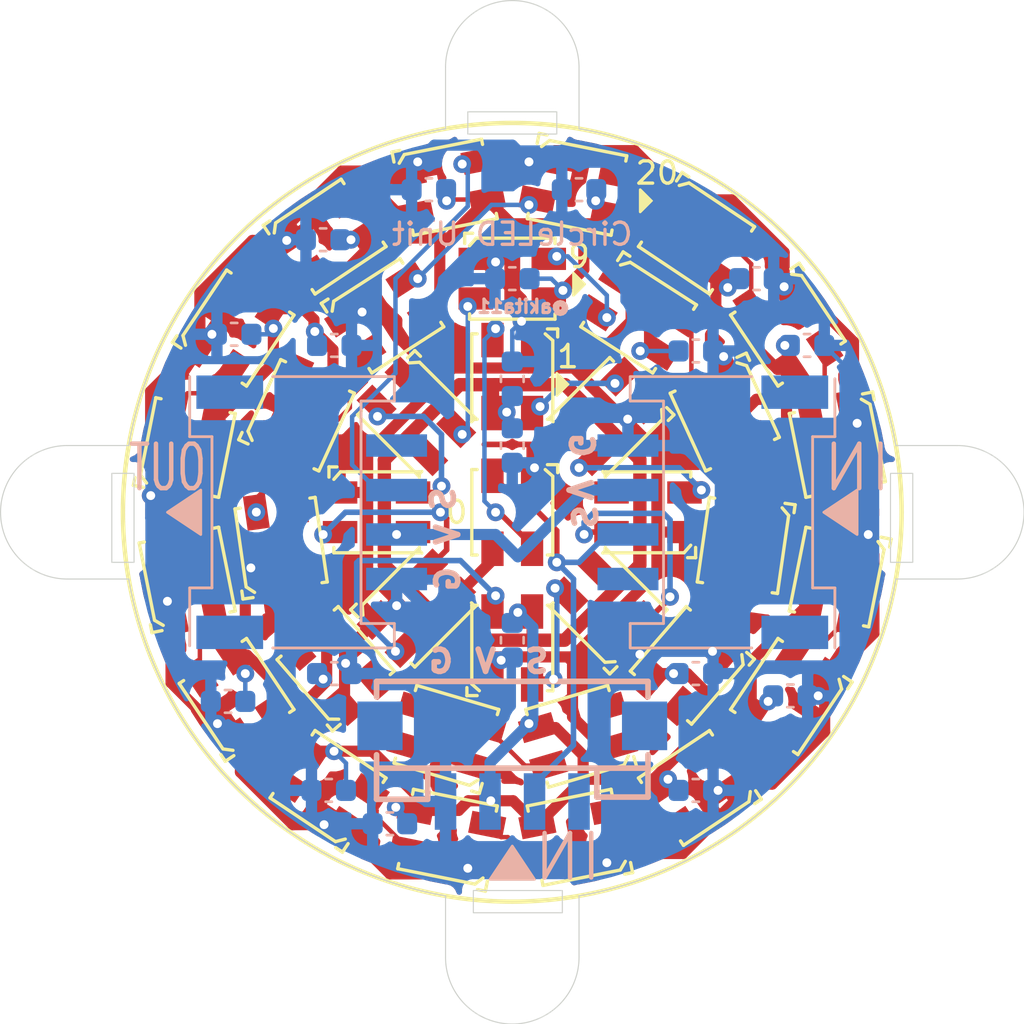
<source format=kicad_pcb>
(kicad_pcb (version 20211014) (generator pcbnew)
  (layers (0 "F.Cu" signal) (31 "B.Cu" signal) (34 "B.Paste" user) (35 "F.Paste" user) (36 "B.SilkS" user "B.Silkscreen") (37 "F.SilkS" user "F.Silkscreen") (38 "B.Mask" user) (39 "F.Mask" user) (44 "Edge.Cuts" user))
  (net 0 "")
  (net 1 "Net-(LED1-Pad2)")
  (net 2 "/DIN")
  (net 3 "VDD")
  (net 4 "GND")
  (net 5 "Net-(LED2-Pad2)")
  (net 7 "Net-(LED6-Pad2)")
  (net 8 "Net-(LED7-Pad2)")
  (net 9 "Net-(LED4-Pad2)")
  (net 11 "Net-(LED5-Pad2)")
  (net 12 "Net-(LED8-Pad2)")
  (net 14 "/DOUT")
  (net 15 "Net-(LED3-Pad2)")
  (net 16 "Net-(LED10-Pad2)")
  (net 17 "Net-(LED11-Pad2)")
  (net 18 "Net-(LED12-Pad2)")
  (net 19 "Net-(LED13-Pad2)")
  (net 20 "Net-(LED14-Pad2)")
  (net 21 "Net-(LED15-Pad2)")
  (net 22 "Net-(LED16-Pad2)")
  (net 23 "Net-(LED17-Pad2)")
  (net 24 "Net-(LED18-Pad2)")
  (net 25 "Net-(LED19-Pad2)")
  (net 26 "Net-(LED20-Pad2)")
  (net 27 "Net-(LED21-Pad2)")
  (net 28 "Net-(LED22-Pad2)")
  (net 29 "Net-(LED23-Pad2)")
  (net 30 "Net-(LED24-Pad2)")
  (net 31 "Net-(LED25-Pad2)")
  (net 32 "Net-(LED26-Pad2)")
  (net 33 "Net-(LED27-Pad2)")
  (net 34 "Net-(LED28-Pad2)")
  (net 35 "Net-(LED29-Pad2)")
  (net 36 "Net-(LED30-Pad2)")
  (net 37 "Net-(LED31-Pad2)")
  (net 38 "Net-(LED32-Pad2)")
  (net 39 "Net-(LED33-Pad2)")
  (net 40 "Net-(LED34-Pad2)")
  (net 41 "Net-(LED35-Pad2)")
  (net 42 "Net-(LED10-Pad4)")
  (footprint "libLCSC:LED-SMD_4P-L3.5-W3.5-TL_WS2812B" (layer "F.Cu") (at -2.96 10.07 -16.36)
    (fp_text reference "LED16" hide)
    (fp_text value "WS2812B-MINI")
  )
  (footprint "MountingHole:MountingHole_2.2mm_M2" (layer "F.Cu") (at 0 20)
    (fp_text reference "REF**" hide)
    (fp_text value "MountingHole_2.2mm_M2" hide)
  )
  (footprint "MountingHole:MountingHole_2.2mm_M2" (layer "F.Cu") (at 0 -20)
    (fp_text reference "REF**" hide)
    (fp_text value "MountingHole_2.2mm_M2" hide)
  )
  (footprint "libLCSC:LED-SMD_4P-L3.5-W3.5-TL_WS2812B" (layer "F.Cu") (at -9.55 -4.36 -114.55)
    (fp_text reference "LED19" hide)
    (fp_text value "WS2812B-MINI")
  )
  (footprint "libLCSC:LED-SMD_4P-L3.5-W3.5-TL_WS2812B" (layer "F.Cu") (at -14.61 -2.91 -101.25)
    (fp_text reference "LED33" hide)
    (fp_text value "WS2812B-MINI")
  )
  (footprint "libLCSC:LED-SMD_4P-L3.5-W3.5-TL_WS2812B" (layer "F.Cu") (at -6.1 0 180)
    (fp_text reference "LED8" hide)
    (fp_text value "WS2812B-MINI")
  )
  (footprint "libLCSC:LED-SMD_4P-L3.5-W3.5-TL_WS2812B" (layer "F.Cu") (at 0 0 90)
    (fp_text reference "LED1" hide)
    (fp_text value "WS2812B-MINI")
  )
  (footprint "libLCSC:LED-SMD_4P-L3.5-W3.5-TL_WS2812B" (layer "F.Cu") (at 5.68 -8.83 147.27)
    (fp_text reference "LED11" hide)
    (fp_text value "WS2812B-MINI")
  )
  (footprint "libLCSC:LED-SMD_4P-L3.5-W3.5-TL_WS2812B" (layer "F.Cu") (at -4.31 -4.31 135)
    (fp_text reference "LED9" hide)
    (fp_text value "WS2812B-MINI")
  )
  (footprint "libLCSC:LED-SMD_4P-L3.5-W3.5-TL_WS2812B" (layer "F.Cu") (at -4.31 4.31 -135)
    (fp_text reference "LED7" hide)
    (fp_text value "WS2812B-MINI")
  )
  (footprint "libLCSC:LED-SMD_4P-L3.5-W3.5-TL_WS2812B" (layer "F.Cu") (at 10.39 1.49 81.82)
    (fp_text reference "LED13" hide)
    (fp_text value "WS2812B-MINI")
  )
  (footprint "libLCSC:LED-SMD_4P-L3.5-W3.5-TL_WS2812B" (layer "F.Cu") (at -2.91 14.61 -11.25)
    (fp_text reference "LED29" hide)
    (fp_text value "WS2812B-MINI")
  )
  (footprint "libLCSC:LED-SMD_4P-L3.5-W3.5-TL_WS2812B" (layer "F.Cu") (at 12.39 8.28 56.25)
    (fp_text reference "LED26" hide)
    (fp_text value "WS2812B-MINI")
  )
  (footprint "MountingHole:MountingHole_2.2mm_M2" (layer "F.Cu") (at 20 0)
    (fp_text reference "REF**" hide)
    (fp_text value "MountingHole_2.2mm_M2" hide)
  )
  (footprint "libLCSC:LED-SMD_4P-L3.5-W3.5-TL_WS2812B" (layer "F.Cu") (at -8.28 -12.39 -146.25)
    (fp_text reference "LED35" hide)
    (fp_text value "WS2812B-MINI")
  )
  (footprint "libLCSC:LED-SMD_4P-L3.5-W3.5-TL_WS2812B" (layer "F.Cu") (at 8.28 12.39 33.75)
    (fp_text reference "LED27" hide)
    (fp_text value "WS2812B-MINI")
  )
  (footprint "libLCSC:LED-SMD_4P-L3.5-W3.5-TL_WS2812B" (layer "F.Cu") (at -10.39 1.49 -81.82)
    (fp_text reference "LED18" hide)
    (fp_text value "WS2812B-MINI")
  )
  (footprint "libLCSC:LED-SMD_4P-L3.5-W3.5-TL_WS2812B" (layer "F.Cu") (at -12.39 8.28 -56.25)
    (fp_text reference "LED31" hide)
    (fp_text value "WS2812B-MINI")
  )
  (footprint "libLCSC:LED-SMD_4P-L3.5-W3.5-TL_WS2812B" (layer "F.Cu") (at 2.91 -14.61 168.75)
    (fp_text reference "LED21" hide)
    (fp_text value "WS2812B-MINI")
  )
  (footprint "libLCSC:LED-SMD_4P-L3.5-W3.5-TL_WS2812B" (layer "F.Cu") (at 0 -6.1 90)
    (fp_text reference "LED2" hide)
    (fp_text value "WS2812B-MINI")
  )
  (footprint "libLCSC:LED-SMD_4P-L3.5-W3.5-TL_WS2812B" (layer "F.Cu") (at -2.91 -14.61 -168.75)
    (fp_text reference "LED36" hide)
    (fp_text value "WS2812B-MINI")
  )
  (footprint "libLCSC:LED-SMD_4P-L3.5-W3.5-TL_WS2812B" (layer "F.Cu") (at 2.96 10.07 16.36)
    (fp_text reference "LED15" hide)
    (fp_text value "WS2812B-MINI")
  )
  (footprint "libLCSC:LED-SMD_4P-L3.5-W3.5-TL_WS2812B" (layer "F.Cu") (at -12.39 -8.28 -123.75)
    (fp_text reference "LED34" hide)
    (fp_text value "WS2812B-MINI")
  )
  (footprint "libLCSC:LED-SMD_4P-L3.5-W3.5-TL_WS2812B" (layer "F.Cu") (at 14.61 2.91 78.75)
    (fp_text reference "LED25" hide)
    (fp_text value "WS2812B-MINI")
  )
  (footprint "libLCSC:LED-SMD_4P-L3.5-W3.5-TL_WS2812B" (layer "F.Cu") (at 0 -10.5 180)
    (fp_text reference "LED10" hide)
    (fp_text value "WS2812B-MINI")
  )
  (footprint "libLCSC:LED-SMD_4P-L3.5-W3.5-TL_WS2812B" (layer "F.Cu") (at 2.91 14.61 11.25)
    (fp_text reference "LED28" hide)
    (fp_text value "WS2812B-MINI")
  )
  (footprint "libLCSC:LED-SMD_4P-L3.5-W3.5-TL_WS2812B" (layer "F.Cu") (at -14.61 2.91 -78.75)
    (fp_text reference "LED32" hide)
    (fp_text value "WS2812B-MINI")
  )
  (footprint "libLCSC:LED-SMD_4P-L3.5-W3.5-TL_WS2812B" (layer "F.Cu") (at 4.31 4.31 -45)
    (fp_text reference "LED5" hide)
    (fp_text value "WS2812B-MINI")
  )
  (footprint "libLCSC:LED-SMD_4P-L3.5-W3.5-TL_WS2812B" (layer "F.Cu") (at 9.55 -4.36 114.55)
    (fp_text reference "LED12" hide)
    (fp_text value "WS2812B-MINI")
  )
  (footprint "libLCSC:LED-SMD_4P-L3.5-W3.5-TL_WS2812B" (layer "F.Cu") (at -5.68 -8.83 -147.27)
    (fp_text reference "LED20" hide)
    (fp_text value "WS2812B-MINI")
  )
  (footprint "libLCSC:LED-SMD_4P-L3.5-W3.5-TL_WS2812B" (layer "F.Cu") (at 0 6.1 -90)
    (fp_text reference "LED6" hide)
    (fp_text value "WS2812B-MINI")
  )
  (footprint "libLCSC:LED-SMD_4P-L3.5-W3.5-TL_WS2812B" (layer "F.Cu") (at 12.39 -8.28 123.75)
    (fp_text reference "LED23" hide)
    (fp_text value "WS2812B-MINI")
  )
  (footprint "libLCSC:LED-SMD_4P-L3.5-W3.5-TL_WS2812B" (layer "F.Cu") (at -7.94 6.88 -49.09)
    (fp_text reference "LED17" hide)
    (fp_text value "WS2812B-MINI")
  )
  (footprint "libLCSC:LED-SMD_4P-L3.5-W3.5-TL_WS2812B" (layer "F.Cu") (at 14.61 -2.91 101.25)
    (fp_text reference "LED24" hide)
    (fp_text value "WS2812B-MINI")
  )
  (footprint "libLCSC:LED-SMD_4P-L3.5-W3.5-TL_WS2812B" (layer "F.Cu") (at 7.94 6.88 49.09)
    (fp_text reference "LED14" hide)
    (fp_text value "WS2812B-MINI")
  )
  (footprint "libLCSC:LED-SMD_4P-L3.5-W3.5-TL_WS2812B" (layer "F.Cu") (at 6.1 0)
    (fp_text reference "LED4" hide)
    (fp_text value "WS2812B-MINI")
  )
  (footprint "libLCSC:LED-SMD_4P-L3.5-W3.5-TL_WS2812B" (layer "F.Cu") (at 8.28 -12.39 146.25)
    (fp_text reference "LED22" hide)
    (fp_text value "WS2812B-MINI")
  )
  (footprint "libLCSC:LED-SMD_4P-L3.5-W3.5-TL_WS2812B" (layer "F.Cu") (at 4.31 -4.31 45)
    (fp_text reference "LED3" hide)
    (fp_text value "WS2812B-MINI")
  )
  (footprint "MountingHole:MountingHole_2.2mm_M2" (layer "F.Cu") (at -20 0)
    (fp_text reference "REF**" hide)
    (fp_text value "MountingHole_2.2mm_M2" hide)
  )
  (footprint "libLCSC:LED-SMD_4P-L3.5-W3.5-TL_WS2812B" (layer "F.Cu") (at -8.28 12.39 -33.75)
    (fp_text reference "LED30" hide)
    (fp_text value "WS2812B-MINI")
  )
  (footprint "Capacitor_SMD:C_0603_1608Metric" (layer "B.Cu") (at 10.975 -10.5)
    (fp_text reference "C10" hide)
    (fp_text value "0.1u")
  )
  (footprint "Capacitor_SMD:C_0603_1608Metric" (layer "B.Cu") (at -3.75 -14.5 180)
    (fp_text reference "C19" hide)
    (fp_text value "0.1u")
  )
  (footprint "Capacitor_SMD:C_0603_1608Metric" (layer "B.Cu") (at -8.5 -12.25 180)
    (fp_text reference "C18" hide)
    (fp_text value "0.1u")
  )
  (footprint "Capacitor_SMD:C_0603_1608Metric" (layer "B.Cu") (at 0 -3 -90)
    (fp_text reference "C1" hide)
    (fp_text value "0.1u")
  )
  (footprint "Capacitor_SMD:C_0603_1608Metric" (layer "B.Cu") (at -8 7.25)
    (fp_text reference "C7" hide)
    (fp_text value "0.1u")
  )
  (footprint "Capacitor_SMD:C_0603_1608Metric" (layer "B.Cu") (at 12.5 8.25)
    (fp_text reference "C12" hide)
    (fp_text value "0.1u")
  )
  (footprint "Capacitor_SMD:C_0603_1608Metric" (layer "B.Cu") (at 8.25 -7.25)
    (fp_text reference "C5" hide)
    (fp_text value "0.1u")
  )
  (footprint "Capacitor_SMD:C_0603_1608Metric" (layer "B.Cu") (at -5.5 14 180)
    (fp_text reference "C14" hide)
    (fp_text value "0.1u")
  )
  (footprint "Capacitor_SMD:C_0603_1608Metric" (layer "B.Cu") (at 3 -14.5 180)
    (fp_text reference "C9" hide)
    (fp_text value "0.1u")
  )
  (footprint "akita:CON_GROVE_V_SMD" (layer "B.Cu") (at 0 13 180)
    (fp_text reference "CN2" hide)
    (fp_text value "CON_GROVE")
  )
  (footprint "Capacitor_SMD:C_0603_1608Metric" (layer "B.Cu") (at -8.25 12.5 180)
    (fp_text reference "C15" hide)
    (fp_text value "0.1u")
  )
  (footprint "Capacitor_SMD:C_0603_1608Metric" (layer "B.Cu") (at 0 -6 90)
    (fp_text reference "C2" hide)
    (fp_text value "0.1u")
  )
  (footprint "Capacitor_SMD:C_0603_1608Metric" (layer "B.Cu") (at -8 -7.5)
    (fp_text reference "C8" hide)
    (fp_text value "0.1u")
  )
  (footprint "Capacitor_SMD:C_0603_1608Metric" (layer "B.Cu") (at -12.5 -8 180)
    (fp_text reference "C17" hide)
    (fp_text value "0.1u")
  )
  (footprint "Capacitor_SMD:C_0603_1608Metric" (layer "B.Cu") (at 0 -10.5 180)
    (fp_text reference "C4" hide)
    (fp_text value "0.1u")
  )
  (footprint "akita:CON_GROVE_H_SMD" (layer "B.Cu") (at 10 0 90)
    (fp_text reference "CN1" hide)
    (fp_text value "CON_GROVE")
  )
  (footprint "Capacitor_SMD:C_0603_1608Metric" (layer "B.Cu") (at 8.25 12.5)
    (fp_text reference "C13" hide)
    (fp_text value "0.1u")
  )
  (footprint "Capacitor_SMD:C_0603_1608Metric" (layer "B.Cu") (at 8.25 7.25)
    (fp_text reference "C6" hide)
    (fp_text value "0.1u")
  )
  (footprint "Capacitor_SMD:C_0603_1608Metric" (layer "B.Cu") (at 0 5.75 -90)
    (fp_text reference "C3" hide)
    (fp_text value "0.1u")
  )
  (footprint "Capacitor_SMD:C_0603_1608Metric" (layer "B.Cu") (at 13.25 -7.5)
    (fp_text reference "C11" hide)
    (fp_text value "0.1u")
  )
  (footprint "Capacitor_SMD:C_0603_1608Metric" (layer "B.Cu") (at -12.775 8.5 180)
    (fp_text reference "C16" hide)
    (fp_text value "0.1u")
  )
  (footprint "akita:CON_GROVE_H_SMD" (layer "B.Cu") (at -10 0 -90)
    (fp_text reference "CN3" hide)
    (fp_text value "CON_GROVE")
  )
  (gr_poly (pts (xy -15.5 0) (xy -14 -1) (xy -14 1)) (layer "B.SilkS") (width 0.12) (fill solid))
  (gr_poly (pts (xy 0 15) (xy 1 16.5) (xy -1 16.5)) (layer "B.SilkS") (width 0.12) (fill solid))
  (gr_poly (pts (xy 14 0) (xy 15.5 -1) (xy 15.5 1)) (layer "B.SilkS") (width 0.12) (fill solid))
  (gr_poly (pts (xy 3.25 -10.25) (xy 2.75 -9.75) (xy 2.75 -10.75)) (layer "F.SilkS") (width 0.12) (fill solid))
  (gr_poly (pts (xy 2.5 -5.75) (xy 2 -5.25) (xy 2 -6.25)) (layer "F.SilkS") (width 0.12) (fill solid))
  (gr_poly (pts (xy 6.25 -14) (xy 5.75 -13.5) (xy 5.75 -14.5)) (layer "F.SilkS") (width 0.12) (fill solid))
  (gr_circle (center 0 0) (end 17.5 0) (layer "F.SilkS") (width 0.2) (fill none))
  (gr_line (start -17.24 3) (end -20 3) (layer "Edge.Cuts") (width 0.05))
  (gr_arc (start -3 -20) (mid 0 -23) (end 3 -20) (layer "Edge.Cuts") (width 0.05))
  (gr_arc (start -17.24 -3) (mid -12.375178 -12.375178) (end -3 -17.24) (layer "Edge.Cuts") (width 0.05))
  (gr_line (start 20 -3) (end 17.24 -3) (layer "Edge.Cuts") (width 0.05))
  (gr_line (start -17.24 -3) (end -20 -3) (layer "Edge.Cuts") (width 0.05))
  (gr_arc (start 3 20) (mid 0 23) (end -3 20) (layer "Edge.Cuts") (width 0.05))
  (gr_arc (start -20 3) (mid -23 0) (end -20 -3) (layer "Edge.Cuts") (width 0.05))
  (gr_line (start -3 -20) (end -3 -17.24) (layer "Edge.Cuts") (width 0.05))
  (gr_line (start 3 -20) (end 3 -17.24) (layer "Edge.Cuts") (width 0.05))
  (gr_line (start 3 17.24) (end 3 20) (layer "Edge.Cuts") (width 0.05))
  (gr_line (start 20 3) (end 17.24 3) (layer "Edge.Cuts") (width 0.05))
  (gr_rect (start 2.25 17) (end -1.75 18) (layer "Edge.Cuts") (width 0.05) (fill none))
  (gr_rect (start 18 2.25) (end 17 -1.75) (layer "Edge.Cuts") (width 0.05) (fill none))
  (gr_arc (start 3 -17.24) (mid 12.375178 -12.375178) (end 17.24 -3) (layer "Edge.Cuts") (width 0.05))
  (gr_line (start -3 17.24) (end -3 20) (layer "Edge.Cuts") (width 0.05))
  (gr_rect (start -2 -17) (end 2 -18) (layer "Edge.Cuts") (width 0.05) (fill none))
  (gr_arc (start 17.24 3) (mid 12.375178 12.375178) (end 3 17.24) (layer "Edge.Cuts") (width 0.05))
  (gr_arc (start -3 17.24) (mid -12.375178 12.375178) (end -17.24 3) (layer "Edge.Cuts") (width 0.05))
  (gr_rect (start -17 2.25) (end -18 -1.75) (layer "Edge.Cuts") (width 0.05) (fill none))
  (gr_arc (start 20 -3) (mid 23 0) (end 20 3) (layer "Edge.Cuts") (width 0.05))
  (gr_text "IN" (at 2.5 15.5) (layer "B.SilkS") (effects (font (size 2 2) (thickness 0.2)) (justify mirror)))
  (gr_text "G" (at 3.1 -3 270) (layer "B.SilkS") (effects (font (size 1 1) (thickness 0.25)) (justify mirror)))
  (gr_text "@akita11" (at 0.5 -9.25) (layer "B.SilkS") (effects (font (size 0.6 0.6)) (justify mirror)))
  (gr_text "S" (at 1.1 6.6 180) (layer "B.SilkS") (effects (font (size 1 1) (thickness 0.25)) (justify mirror)))
  (gr_text "S" (at 3.3 0.2 90) (layer "B.SilkS") (effects (font (size 1 1) (thickness 0.25)) (justify mirror)))
  (gr_text "S" (at -3.1 -0.6 90) (layer "B.SilkS") (effects (font (size 1 1) (thickness 0.25)) (justify mirror)))
  (gr_text "V" (at 3 -1 270) (layer "B.SilkS") (effects (font (size 1 1) (thickness 0.25)) (justify mirror)))
  (gr_text "V" (at -1.2 6.7) (layer "B.SilkS") (effects (font (size 1 1) (thickness 0.25)) (justify mirror)))
  (gr_text "V" (at -2.9 1 90) (layer "B.SilkS") (effects (font (size 1 1) (thickness 0.25)) (justify mirror)))
  (gr_text "G" (at -3.2 6.7) (layer "B.SilkS") (effects (font (size 1 1) (thickness 0.25)) (justify mirror)))
  (gr_text "OUT" (at -15.5 -2) (layer "B.SilkS") (effects (font (size 2 1.2) (thickness 0.2)) (justify mirror)))
  (gr_text "G" (at -2.9 3 90) (layer "B.SilkS") (effects (font (size 1 1) (thickness 0.25)) (justify mirror)))
  (gr_text "CircleLED Unit" (at 0 -12.5) (layer "B.SilkS") (effects (font (size 1 1)) (justify mirror)))
  (gr_text "IN" (at 15.5 -2) (layer "B.SilkS") (effects (font (size 2 2) (thickness 0.2)) (justify mirror)))
  (gr_text "20" (at 6.5 -15.25) (layer "F.SilkS") (effects (font (size 1 1))))
  (gr_text "0" (at -2.5 0) (layer "F.SilkS") (effects (font (size 1 1))))
  (gr_text "9" (at 3 -11.5) (layer "F.SilkS") (effects (font (size 1 1))))
  (gr_text "1\n" (at 2.5 -7) (layer "F.SilkS") (effects (font (size 1 1))))
  (segment (start -0.89 -8.11) (end -0.75 -8.25) (width 0.2) (layer "F.Cu") (net 1))
  (segment (start -0.6 0) (end -0.75 0) (width 0.25) (layer "F.Cu") (net 1))
  (segment (start 0.89 1.49) (end -0.6 0) (width 0.25) (layer "F.Cu") (net 1))
  (segment (start -0.89 -7.74) (end -0.89 -8.11) (width 0.2) (layer "F.Cu") (net 1))
  (segment (start 0.89 1.64) (end 0.89 1.49) (width 0.25) (layer "F.Cu") (net 1))
  (via (at -0.75 0) (size 0.8) (drill 0.4) (layers "F.Cu" "B.Cu") (net 1))
  (via (at -0.75 -8.25) (size 0.8) (drill 0.4) (layers "F.Cu" "B.Cu") (net 1))
  (segment (start -1.25 -0.5) (end -0.75 0) (width 0.2) (layer "B.Cu") (net 1))
  (segment (start -0.75 -8.25) (end -1.25 -7.75) (width 0.2) (layer "B.Cu") (net 1))
  (segment (start -1.25 -7.75) (end -1.25 -0.5) (width 0.2) (layer "B.Cu") (net 1))
  (segment (start 2 0.825978) (end 1.124022 -0.05) (width 0.25) (layer "F.Cu") (net 2))
  (segment (start 2 2.25) (end 2 0.825978) (width 0.25) (layer "F.Cu") (net 2))
  (segment (start 1.124022 -0.05) (end 0.7 -0.05) (width 0.25) (layer "F.Cu") (net 2))
  (segment (start 0.7 -0.05) (end -0.89 -1.64) (width 0.25) (layer "F.Cu") (net 2))
  (via (at 2 2.25) (size 0.8) (drill 0.4) (layers "F.Cu" "B.Cu") (net 2))
  (segment (start 2.75 3) (end 2.75 10.4626) (width 0.25) (layer "B.Cu") (net 2))
  (segment (start 2.75 10.4626) (end 1 12.2126) (width 0.25) (layer "B.Cu") (net 2))
  (segment (start 4.25178 0.99822) (end 5.2003 0.99822) (width 0.25) (layer "B.Cu") (net 2))
  (segment (start 2 2.25) (end 2.75 3) (width 0.25) (layer "B.Cu") (net 2))
  (segment (start 1 12.2126) (end 1 13) (width 0.25) (layer "B.Cu") (net 2))
  (segment (start 3 2.25) (end 4.25178 0.99822) (width 0.25) (layer "B.Cu") (net 2))
  (segment (start 2 2.25) (end 3 2.25) (width 0.25) (layer "B.Cu") (net 2))
  (segment (start 11.5 8.5) (end 11.38801 8.5) (width 0.2) (layer "F.Cu") (net 3))
  (segment (start -9.4 8.94495) (end -9.4 10.48801) (width 0.5) (layer "F.Cu") (net 3))
  (segment (start 12.54783 1.95217) (end 12.75 1.75) (width 0.5) (layer "F.Cu") (net 3))
  (segment (start -0.89 1.64) (end -0.89 2.14865) (width 0.5) (layer "F.Cu") (net 3))
  (segment (start 12.25 -6.733059) (end 12.561127 -6.421932) (width 0.2) (layer "F.Cu") (net 3))
  (segment (start -8.341383 7.591383) (end -9.547475 8.797475) (width 0.5) (layer "F.Cu") (net 3))
  (segment (start 1.135714 9.677977) (end 0.927977 9.677977) (width 0.5) (layer "F.Cu") (net 3))
  (segment (start -12.965941 0.036774) (end -14.057049 1.127882) (width 0.5) (layer "F.Cu") (net 3))
  (segment (start 0.89 4.46) (end 0.89 5.64) (width 0.5) (layer "F.Cu") (net 3))
  (segment (start -9.547475 8.797475) (end -9.4 8.94495) (width 0.5) (layer "F.Cu") (net 3))
  (segment (start -10.738857 -9.149153) (end -10.738857 -8.261143) (width 0.5) (layer "F.Cu") (net 3))
  (segment (start -4.502366 13.259644) (end -4.344857 13.417153) (width 0.2) (layer "F.Cu") (net 3))
  (segment (start 6.169008 -10.419008) (end 6.488857 -10.738857) (width 0.5) (layer "F.Cu") (net 3))
  (segment (start -2.858886 -12.326045) (end -3.326045 -12.326045) (width 0.5) (layer "F.Cu") (net 3))
  (segment (start -6.421932 -12.561127) (end -6.421932 -11.923018) (width 0.5) (layer "F.Cu") (net 3))
  (segment (start -4.327704 13.4) (end -2.410701 13.4) (width 0.5) (layer "F.Cu") (net 3))
  (segment (start 9.195797 9.149153) (end 10.738857 9.149153) (width 0.5) (layer "F.Cu") (net 3))
  (segment (start -8.059058 -5.481959) (end -8.059058 -6.809058) (width 0.5) (layer "F.Cu") (net 3))
  (segment (start 6.421932 11.923018) (end 9.195797 9.149153) (width 0.5) (layer "F.Cu") (net 3))
  (segment (start 4.344857 -13.417153) (end 3.893645 -12.965941) (width 0.5) (layer "F.Cu") (net 3))
  (segment (start 1.64 -9.61) (end 1.915 -9.61) (width 0.5) (layer "F.Cu") (net 3))
  (segment (start 5.55 12) (end 6.111127 12.561127) (width 0.5) (layer "F.Cu") (net 3))
  (segment (start -1.127882 -14.057049) (end -2.892451 -14.057049) (width 0.2) (layer "F.Cu") (net 3))
  (segment (start 7.25 7.25) (end 7.865742 7.25) (width 0.5) (layer "F.Cu") (net 3))
  (segment (start 4.46 -0.89) (end 5.64 -0.89) (width 0.5) (layer "F.Cu") (net 3))
  (segment (start -6.421932 -11.923018) (end -9.195797 -9.149153) (width 0.5) (layer "F.Cu") (net 3))
  (segment (start -5.75 -2.353134) (end -4.676567 -3.426567) (width 0.6) (layer "F.Cu") (net 3))
  (segment (start -0.965941 12.965941) (end 0.036774 12.965941) (width 0.5) (layer "F.Cu") (net 3))
  (segment (start -9.4 10.48801) (end -9.149153 10.738857) (width 0.5) (layer "F.Cu") (net 3))
  (segment (start -9.195797 -9.149153) (end -9.649153 -9.149153) (width 0.5) (layer "F.Cu") (net 3))
  (segment (start -3.258361 -9.528843) (end -3.258361 -12.258361) (width 0.5) (layer "F.Cu") (net 3))
  (segment (start -13.417153 -4.344857) (end -12.965941 -3.893645) (width 0.5) (layer "F.Cu") (net 3))
  (segment (start 3.417917 -4.676567) (end 3.426567 -4.676567) (width 0.5) (layer "F.Cu") (net 3))
  (segment (start 10.310222 1.95217) (end 12.54783 1.95217) (width 0.5) (layer "F.Cu") (net 3))
  (segment (start 4.676567 3.426567) (end 2.353134 5.75) (width 0.6) (layer "F.Cu") (net 3))
  (segment (start 1.135714 9.677977) (end 1.943417 9.677977) (width 0.5) (layer "F.Cu") (net 3))
  (segment (start 3.215941 -12.965941) (end -0.036774 -12.965941) (width 0.5) (layer "F.Cu") (net 3))
  (segment (start -2.410701 13.4) (end -1.976642 12.965941) (width 0.5) (layer "F.Cu") (net 3))
  (segment (start -12.965941 -3.893645) (end -12.965941 0.036774) (width 0.5) (layer "F.Cu") (net 3))
  (segment (start -3.326045 -12.326045) (end -6.18685 -12.326045) (width 0.5) (layer "F.Cu") (net 3))
  (segment (start 9.421856 -2.498474) (end 9.421856 -3.52867) (width 0.5) (layer "F.Cu") (net 3))
  (segment (start 10.969231 -5.076045) (end 12.326045 -5.076045) (width 0.5) (layer "F.Cu") (net 3))
  (segment (start -6.733059 -12.25) (end -6.421932 -12.561127) (width 0.2) (layer "F.Cu") (net 3))
  (segment (start 1.915 -9.61) (end 2.2775 -9.9725) (width 0.5) (layer "F.Cu") (net 3))
  (segment (start 11.923018 -6.421932) (end 9.149153 -9.195797) (width 0.5) (layer "F.Cu") (net 3))
  (segment (start -3.258361 -12.258361) (end -3.326045 -12.326045) (width 0.5) (layer "F.Cu") (net 3))
  (segment (start -4.46 0.89) (end -5.61 0.89) (width 0.5) (layer "F.Cu") (net 3))
  (segment (start -9.7424 0.523019) (end -10.500476 1.281095) (width 0.5) (layer "F.Cu") (net 3))
  (segment (start -5.090613 8.754094) (end -6.289086 9.952567) (width 0.5) (layer "F.Cu") (net 3))
  (segment (start -8.912632 -8.162632) (end -8.912632 -8.662632) (width 0.5) (layer "F.Cu") (net 3))
  (segment (start 0.927977 9.677977) (end 0.75 9.5) (width 0.5) (layer "F.Cu") (net 3))
  (segment (start 6.479977 7.25) (end 7.25 7.25) (width 0.5) (layer "F.Cu") (net 3))
  (segment (start 12.326045 -6.18685) (end 12.561127 -6.421932) (width 0.5) (layer "F.Cu") (net 3))
  (segment (start -8.875 -8.125) (end -8.912632 -8.162632) (width 0.5) (layer "F.Cu") (net 3))
  (segment (start 6.169008 -7.603991) (end 6.169008 -10.419008) (width 0.5) (layer "F.Cu") (net 3))
  (segment (start -9.399153 -9.149153) (end -9.649153 -9.149153) (width 0.5) (layer "F.Cu") (net 3))
  (segment (start -5.75 2.375) (end -5.75 0.75) (width 0.6) (layer "F.Cu") (net 3))
  (segment (start -4.676567 -3.417917) (end -4.676567 -3.426567) (width 0.5) (layer "F.Cu") (net 3))
  (segment (start 1.943417 9.677977) (end 3.184931 10.919491) (width 0.5) (layer "F.Cu") (net 3))
  (segment (start 3.184931 10.919491) (end 3.184931 12) (width 0.5) (layer "F.Cu") (net 3))
  (segment (start -2.892451 -14.057049) (end -2.9495 -14) (width 0.2) (layer "F.Cu") (net 3))
  (segment (start 2.368623 -5.734511) (end 3.426567 -4.676567) (width 0.6) (layer "F.Cu") (net 3))
  (segment (start -8.912632 -8.662632) (end -9.399153 -9.149153) (width 0.5) (layer "F.Cu") (net 3))
  (segment (start 12.75 1.75) (end 12.75 0.179167) (width 0.5) (layer "F.Cu") (net 3))
  (segment (start 5.734511 -0.984511) (end 5.734511 2.368623) (width 0.6) (layer "F.Cu") (net 3))
  (segment (start 6.193401 7.536576) (end 6.479977 7.25) (width 0.5) (layer "F.Cu") (net 3))
  (segment (start -10.500476 1.281095) (end -13.903836 1.281095) (width 0.5) (layer "F.Cu") (net 3))
  (segment (start 2.52102 -3.77967) (end 3.417917 -4.676567) (width 0.5) (layer "F.Cu") (net 3))
  (segment (start 10.738857 6.701142) (end 13.095142 4.344857) (width 0.5) (layer "F.Cu") (net 3))
  (segment (start -9.649153 -9.149153) (end -10.738857 -9.149153) (width 0.5) (layer "F.Cu") (net 3))
  (segment (start 5.734511 -2.368623) (end 5.734511 -0.984511) (width 0.6) (layer "F.Cu") (net 3))
  (segment (start 13.095142 4.344857) (end 13.417153 4.344857) (width 0.5) (layer "F.Cu") (net 3))
  (segment (start -2.368623 -5.734511) (end -0.765489 -5.734511) (width 0.6) (layer "F.Cu") (net 3))
  (segment (start 0.89 5.64) (end 1 5.75) (width 0.5) (layer "F.Cu") (net 3))
  (segment (start -0.036774 -12.965941) (end -1.127882 -14.057049) (width 0.5) (layer "F.Cu") (net 3))
  (segment (start -5.61 0.89) (end -5.75 0.75) (width 0.5) (layer "F.Cu") (net 3))
  (segment (start 6.578408 -7.194591) (end 6.169008 -7.603991) (width 0.5) (layer "F.Cu") (net 3))
  (segment (start -8.341383 5.057751) (end -8.341383 7.591383) (width 0.5) (layer "F.Cu") (net 3))
  (segment (start -10.738857 -8.261143) (end -10.738857 -6.701142) (width 0.5) (layer "F.Cu") (net 3))
  (segment (start 3.184931 12) (end 5.55 12) (width 0.5) (layer "F.Cu") (net 3))
  (segment (start -13.903836 1.281095) (end -14.057049 1.127882) (width 0.5) (layer "F.Cu") (net 3))
  (segment (start -9.149153 10.738857) (end -8.011143 10.738857) (width 0.5) (layer "F.Cu") (net 3))
  (segment (start 1 5.75) (end -2.375 5.75) (width 0.6) (layer "F.Cu") (net 3))
  (segment (start 12.75 0.179167) (end 14.057049 -1.127882) (width 0.5) (layer "F.Cu") (net 3))
  (segment (start -3.81918 -8.968024) (end -3.258361 -9.528843) (width 0.5) (layer "F.Cu") (net 3))
  (segment (start -1.127882 -14.057049) (end -2.858886 -12.326045) (width 0.5) (layer "F.Cu") (net 3))
  (segment (start -2.52102 3.77967) (end -3.42885 4.6875) (width 0.5) (layer "F.Cu") (net 3))
  (segment (start -4.344857 12.683086) (end -4.344857 13.417153) (width 0.5) (layer "F.Cu") (net 3))
  (segment (start 12.25 -7.5) (end 12.25 -6.733059) (width 0.2) (layer "F.Cu") (net 3))
  (segment (start 0.036774 12.965941) (end 1.127882 14.057049) (width 0.5) (layer "F.Cu") (net 3))
  (segment (start -6.18685 -12.326045) (end -6.421932 -12.561127) (width 0.5) (layer "F.Cu") (net 3))
  (segment (start -6.289086 10.738857) (end -4.344857 12.683086) (width 0.5) (layer "F.Cu") (net 3))
  (segment (start 4.344857 -12.46174) (end 4.344857 -13.417153) (width 0.5) (layer "F.Cu") (net 3))
  (segment (start -0.765489 -5.734511) (end 2.368623 -5.734511) (width 0.6) (layer "F.Cu") (net 3))
  (segment (start 5.64 -0.89) (end 5.734511 -0.984511) (width 0.5) (layer "F.Cu") (net 3))
  (segment (start 2.25 5.75) (end 1 5.75) (width 0.6) (layer "F.Cu") (net 3))
  (segment (start 9.421856 -3.52867) (end 10.969231 -5.076045) (width 0.5) (layer "F.Cu") (net 3))
  (segment (start -14.057049 1.442951) (end -12 3.5) (width 0.5) (layer "F.Cu") (net 3))
  (segment (start 9.149153 -9.195797) (end 9.149153 -10.738857) (width 0.5) (layer "F.Cu") (net 3))
  (segment (start -7.25 -12.25) (end -6.733059 -12.25) (width 0.2) (layer "F.Cu") (net 3))
  (segment (start -4.28291 8.754094) (end -5.090613 8.754094) (width 0.5) (layer "F.Cu") (net 3))
  (segment (start -1.976642 12.965941) (end -0.965941 12.965941) (width 0.5) (layer "F.Cu") (net 3))
  (segment (start -2.375 5.75) (end -3.4375 4.6875) (width 0.6) (layer "F.Cu") (net 3))
  (segment (start -4.344857 13.417153) (end -4.327704 13.4) (width 0.5) (layer "F.Cu") (net 3))
  (segment (start -12 3.5) (end -12 5.860805) (width 0.5) (layer "F.Cu") (net 3))
  (segment (start -11.923018 6.421932) (end -9.547475 8.797475) (width 0.5) (layer "F.Cu") (net 3))
  (segment (start -10.738857 -6.701142) (end -13.095142 -4.344857) (width 0.5) (layer "F.Cu") (net 3))
  (segment (start -8.059058 -6.809058) (end -8.059058 -7.309058) (width 0.5) (layer "F.Cu") (net 3))
  (segment (start 6.488857 -10.738857) (end 6.06774 -10.738857) (width 0.5) (layer "F.Cu") (net 3))
  (segment (start -5.235567 13.259644) (end -4.502366 13.259644) (width 0.2) (layer "F.Cu") (net 3))
  (segment (start 4.676567 3.417917) (end 4.676567 3.426567) (width 0.5) (layer "F.Cu") (net 3))
  (segment (start 9.149153 -10.738857) (end 6.488857 -10.738857) (width 0.5) (layer "F.Cu") (net 3))
  (segment (start -8.011143 10.738857) (end -6.289086 10.738857) (width 0.5) (layer "F.Cu") (net 3))
  (segment (start -0.89 2.14865) (end -2.52102 3.77967) (width 0.5) (layer "F.Cu") (net 3))
  (segment (start 6.111127 12.561127) (end 6.421932 12.561127) (width 0.5) (layer "F.Cu") (net 3))
  (segment (start 3.215941 -10.910941) (end 3.215941 -12.965941) (width 0.5) (layer "F.Cu") (net 3))
  (segment (start 9.195797 8.580055) (end 9.195797 9.149153) (width 0.5) (layer "F.Cu") (net 3))
  (segment (start 2.2775 -9.9725) (end 3.215941 -10.910941) (width 0.5) (layer "F.Cu") (net 3))
  (segment (start 3.893645 -12.965941) (end 3.215941 -12.965941) (width 0.5) (layer "F.Cu") (net 3))
  (segment (start 10.738857 9.149153) (end 10.738857 6.701142) (width 0.5) (layer "F.Cu") (net 3))
  (segment (start 9.27571 2.986682) (end 10.310222 1.95217) (width 0.5) (layer "F.Cu") (net 3))
  (segment (start 3.426567 -4.676567) (end 5.734511 -2.368623) (width 0.6) (layer "F.Cu") (net 3))
  (segment (start 7.865742 7.25) (end 9.195797 8.580055) (width 0.5) (layer "F.Cu") (net 3))
  (segment (start -0.89 -5.61) (end -0.765489 -5.734511) (width 0.6) (layer "F.Cu") (net 3))
  (segment (start 14.057049 -1.127882) (end 12.326045 -2.858886) (width 0.5) (layer "F.Cu") (net 3))
  (segment (start -12.561127 6.421932) (end -11.923018 6.421932) (width 0.5) (layer "F.Cu") (net 3))
  (segment (start 6.421932 12.561127) (end 6.421932 11.923018) (width 0.5) (layer "F.Cu") (net 3))
  (segment (start 6.06774 -10.738857) (end 4.344857 -12.46174) (width 0.5) (layer "F.Cu") (net 3))
  (segment (start -6.289086 9.952567) (end -6.289086 10.738857) (width 0.5) (layer "F.Cu") (net 3))
  (segment (start 5.734511 2.368623) (end 4.676567 3.426567) (width 0.6) (layer "F.Cu") (net 3))
  (segment (start -13.095142 -4.344857) (end -13.417153 -4.344857) (width 0.5) (layer "F.Cu") (net 3))
  (segment (start 13.417153 4.344857) (end 12.75 3.677704) (width 0.5) (layer "F.Cu") (net 3))
  (segment (start 1.127882 14.057049) (end 3.184931 12) (width 0.5) (layer "F.Cu") (net 3))
  (segment (start 11.38801 8.5) (end 10.738857 9.149153) (width 0.2) (layer "F.Cu") (net 3))
  (segment (start 12.561127 -6.421932) (end 11.923018 -6.421932) (width 0.5) (layer "F.Cu") (net 3))
  (segment (start 12.326045 -5.076045) (end 12.326045 -6.18685) (width 0.5) (layer "F.Cu") (net 3))
  (segment (start -3.42885 4.6875) (end -3.4375 4.6875) (width 0.5) (layer "F.Cu") (net 3))
  (segment (start 3.77967 2.52102) (end 4.676567 3.417917) (width 0.5) (layer "F.Cu") (net 3))
  (segment (start -8.059058 -7.309058) (end -8.875 -8.125) (width 0.5) (layer "F.Cu") (net 3))
  (segment (start -5.75 0.75) (end -5.75 -2.353134) (width 0.6) (layer "F.Cu") (net 3))
  (segment (start -14.057049 1.127882) (end -14.057049 1.442951) (width 0.5) (layer "F.Cu") (net 3))
  (segment (start -3.77967 -2.52102) (end -4.676567 -3.417917) (width 0.5) (layer "F.Cu") (net 3))
  (segment (start 12.75 3.677704) (end 12.75 1.75) (width 0.5) (layer "F.Cu") (net 3))
  (segment (start -9.7424 -0.259947) (end -9.7424 0.523019) (width 0.5) (layer "F.Cu") (net 3))
  (segment (start -3.4375 4.6875) (end -5.75 2.375) (width 0.6) (layer "F.Cu") (net 3))
  (segment (start 12.326045 -2.858886) (end 12.326045 -5.076045) (width 0.5) (layer "F.Cu") (net 3))
  (segment (start -4.676567 -3.426567) (end -2.368623 -5.734511) (width 0.6) (layer "F.Cu") (net 3))
  (segment (start -12 5.860805) (end -12.561127 6.421932) (width 0.5) (layer "F.Cu") (net 3))
  (segment (start -0.89 -4.46) (end -0.89 -5.61) (width 0.6) (layer "F.Cu") (net 3))
  (via (at -12 7.25) (size 0.8) (drill 0.4) (layers "F.Cu" "B.Cu") (net 3))
  (via (at 12.25 -7.5) (size 0.8) (drill 0.4) (layers "F.Cu" "B.Cu") (net 3))
  (via (at -7.25 -12.25) (size 0.8) (drill 0.4) (layers "F.Cu" "B.Cu") (net 3))
  (via (at -5.235567 13.259644) (size 0.8) (drill 0.4) (layers "F.Cu" "B.Cu") (net 3))
  (via (at -8.875 -8.125) (size 0.8) (drill 0.4) (layers "F.Cu" "B.Cu") (net 3))
  (via (at -2.9495 -14) (size 0.8) (drill 0.4) (layers "F.Cu" "B.Cu") (net 3))
  (via (at 7 12) (size 0.8) (drill 0.4) (layers "F.Cu" "B.Cu") (net 3))
  (via (at -0.965941 12.965941) (size 0.8) (drill 0.4) (layers "F.Cu" "B.Cu") (net 3))
  (via (at 11.5 8.5) (size 0.8) (drill 0.4) (layers "F.Cu" "B.Cu") (net 3))
  (via (at 0.25 4.5) (size 0.8) (drill 0.4) (layers "F.Cu" "B.Cu") (net 3))
  (via (at -10.738857 -8.261143) (size 0.8) (drill 0.4) (layers "F.Cu" "B.Cu") (net 3))
  (via (at 2.2775 -9.9725) (size 0.8) (drill 0.4) (layers "F.Cu" "B.Cu") (net 3))
  (via (at 3.75 -14) (size 0.8) (drill 0.4) (layers "F.Cu" "B.Cu") (net 3))
  (via (at -0.25 -4.5) (size 0.8) (drill 0.4) (layers "F.Cu" "B.Cu") (net 3))
  (via (at 5.75 -7.25) (size 0.8) (drill 0.4) (layers "F.Cu" "B.Cu") (net 3))
  (via (at -8.011143 10.738857) (size 0.8) (drill 0.4) (layers "F.Cu" "B.Cu") (net 3))
  (via (at 7.25 7.25) (size 0.8) (drill 0.4) (layers "F.Cu" "B.Cu") (net 3))
  (via (at 0.75 9.5) (size 0.8) (drill 0.4) (layers "F.Cu" "B.Cu") (net 3))
  (via (at -5.2003 0.99822) (size 0.8) (drill 0.4) (layers "F.Cu" "B.Cu") (net 3))
  (via (at 9.684627 -10.097837) (size 0.8) (drill 0.4) (layers "F.Cu" "B.Cu") (net 3))
  (via (at -8.5 7.5) (size 0.8) (drill 0.4) (layers "F.Cu" "B.Cu") (net 3))
  (segment (start 12.475 -7.5) (end 12.25 -7.5) (width 0.2) (layer "B.Cu") (net 3))
  (segment (start 0 -3.775) (end 0 -4.25) (width 0.2) (layer "B.Cu") (net 3))
  (segment (start -8.775 -7.5) (end -8.775 -8.025) (width 0.2) (layer "B.Cu") (net 3))
  (segment (start -4.725 13.770211) (end -5.235567 13.259644) (width 0.2) (layer "B.Cu") (net 3))
  (segment (start 7.475 7.25) (end 7.25 7.25) (width 0.2) (layer "B.Cu") (net 3))
  (segment (start 3.24822 -0.99822) (end 0.25 2) (width 0.5) (layer "B.Cu") (net 3))
  (segment (start -1 13) (end -0.965941 12.965941) (width 0.5) (layer "B.Cu") (net 3))
  (segment (start -1 13) (end -1 11.25) (width 0.5) (layer "B.Cu") (net 3))
  (segment (start -7.475 11.275) (end -8.011143 10.738857) (width 0.2) (layer "B.Cu") (net 3))
  (segment (start 0 -4.75) (end -0.25 -4.5) (width 0.2) (layer "B.Cu") (net 3))
  (segment (start 7.475 12.5) (end 7.475 12.475) (width 0.2) (layer "B.Cu") (net 3))
  (segment (start -12 8.5) (end -12 7.25) (width 0.2) (layer "B.Cu") (net 3))
  (segment (start 0.75 9.5) (end 0.92452 9.32548) (width 0.5) (layer "B.Cu") (net 3))
  (segment (start -8.775 7.25) (end -8.75 7.25) (width 0.5) (layer "B.Cu") (net 3))
  (segment (start 7.475 12.475) (end 7 12) (width 0.2) (layer "B.Cu") (net 3))
  (segment (start 0.775 -10.5) (end 1.75 -10.5) (width 0.2) (layer "B.Cu") (net 3))
  (segment (start 3.775 -14.5) (end 3.775 -14.025) (width 0.2) (layer "B.Cu") (net 3))
  (segment (start -1 11.25) (end 0.75 9.5) (width 0.5) (layer "B.Cu") (net 3))
  (segment (start 3.775 -14.025) (end 3.75 -14) (width 0.2) (layer "B.Cu") (net 3))
  (segment (start 0 -5.225) (end 0 -4.75) (width 0.2) (layer "B.Cu") (net 3))
  (segment (start -11 -8) (end -10.738857 -8.261143) (width 0.2) (layer "B.Cu") (net 3))
  (segment (start 10.2 -10.5) (end 10.08679 -10.5) (width 0.2) (layer "B.Cu") (net 3))
  (segment (start -4.725 14) (end -4.725 13.770211) (width 0.2) (layer "B.Cu") (net 3))
  (segment (start 10.08679 -10.5) (end 9.684627 -10.097837) (width 0.2) (layer "B.Cu") (net 3))
  (segment (start 7.475 -7.25) (end 5.75 -7.25) (width 0.2) (layer "B.Cu") (net 3))
  (segment (start -8.75 7.25) (end -8.5 7.5) (width 0.5) (layer "B.Cu") (net 3))
  (segment (start -7.725 -12.25) (end -7.25 -12.25) (width 0.2) (layer "B.Cu") (net 3))
  (segment (start -11.725 -8) (end -11 -8) (width 0.2) (layer "B.Cu") (net 3))
  (segment (start 11.725 8.275) (end 11.5 8.5) (width 0.2) (layer "B.Cu") (net 3))
  (segment (start 1.75 -10.5) (end 2.2775 -9.9725) (width 0.2) (layer "B.Cu") (net 3))
  (segment (start 0 -4.25) (end -0.25 -4.5) (width 0.2) (layer "B.Cu") (net 3))
  (segment (start -0.75178 0.99822) (end 0.25 2) (width 0.5) (layer "B.Cu") (net 3))
  (segment (start 0.92452 5.17452) (end 0.25 4.5) (width 0.5) (layer "B.Cu") (net 3))
  (segment (start 5.2003 -0.99822) (end 3.24822 -0.99822) (width 0.5) (layer "B.Cu") (net 3))
  (segment (start -8.775 -8.025) (end -8.875 -8.125) (width 0.2) (layer "B.Cu") (net 3))
  (segment (start 0.92452 9.32548) (end 0.92452 5.17452) (width 0.5) (layer "B.Cu") (net 3))
  (segment (start -7.475 12.5) (end -7.475 11.275) (width 0.2) (layer "B.Cu") (net 3))
  (segment (start -5.2003 0.99822) (end -0.75178 0.99822) (width 0.5) (layer "B.Cu") (net 3))
  (segment (start 11.725 8.25) (end 11.725 8.275) (width 0.2) (layer "B.Cu") (net 3))
  (segment (start -5.495941 16.254059) (end -7.410847 14.339153) (width 0.5) (layer "F.Cu") (net 4))
  (segment (start -11.681128 -12.218873) (end -10.138068 -12.218873) (width 0.5) (layer "F.Cu") (net 4))
  (segment (start -5.092491 4.092491) (end -6.49952 2.685462) (width 0.5) (layer "F.Cu") (net 4))
  (segment (start 7.410847 -14.339153) (end 7.410847 -14.041143) (width 0.5) (layer "F.Cu") (net 4))
  (segment (start -7.410847 14.041143) (end -8.458857 14.041143) (width 0.5) (layer "F.Cu") (net 4))
  (segment (start 12.856982 -10.138068) (end 15.336965 -7.658085) (width 0.5) (layer "F.Cu") (net 4))
  (segment (start 6.09898 -4.84033) (end 5.237439 -3.978789) (width 0.5) (layer "F.Cu") (net 4))
  (segment (start 1.926355 -16.254059) (end 5.495941 -16.254059) (width 0.5) (layer "F.Cu") (net 4))
  (segment (start -11.040942 -3.238041) (end -10.328983 -3.95) (width 0.5) (layer "F.Cu") (net 4))
  (segment (start 0.415489 -8.214511) (end 0.89 -7.74) (width 0.5) (layer "F.Cu") (net 4))
  (segment (start -6.09898 4.84033) (end -5.351141 4.092491) (width 0.5) (layer "F.Cu") (net 4))
  (segment (start -4.692118 -15.162951) (end -4.692118 -15.307882) (width 0.5) (layer "F.Cu") (net 4))
  (segment (start -1.475143 15.802847) (end -1.926355 16.254059) (width 0.5) (layer "F.Cu") (net 4))
  (segment (start -6.61 -0.89) (end -6.49952 -1.00048) (width 0.5) (layer "F.Cu") (net 4))
  (segment (start 4.692118 15.162951) (end 4.692118 15.307882) (width 0.5) (layer "F.Cu") (net 4))
  (segment (start 14.041143 9.858858) (end 11.681128 12.218873) (width 0.5) (layer "F.Cu") (net 4))
  (segment (start -11.0376 3.239947) (end -11.0376 3.2124) (width 0.5) (layer "F.Cu") (net 4))
  (segment (start -6.49952 -1.00048) (end -6.49952 -2.663596) (width 0.5) (layer "F.Cu") (net 4))
  (segment (start 7.74 0.89) (end 6.64 0.89) (width 0.5) (layer "F.Cu") (net 4))
  (segment (start 0.415489 -9.584511) (end 0.415489 -8.584511) (width 0.5) (layer "F.Cu") (net 4))
  (segment (start -11.0376 3.2124) (end -11.75 2.5) (width 0.5) (layer "F.Cu") (net 4))
  (segment (start 14.041143 7.410847) (end 14.041143 9.858858) (width 0.5) (layer "F.Cu") (net 4))
  (segment (start 0.89 -1.64) (end 0.89 -1.89) (width 0.5) (layer "F.Cu") (net 4))
  (segment (start -8.458857 14.041143) (end -9.858858 14.041143) (width 0.5) (layer "F.Cu") (net 4))
  (segment (start -7.410847 14.339153) (end -7.410847 14.041143) (width 0.5) (layer "F.Cu") (net 4))
  (segment (start 11.50429 -0.006682) (end 10.469778 1.02783) (width 0.5) (layer "F.Cu") (net 4))
  (segment (start 7.87783 1.02783) (end 7.74 0.89) (width 0.5) (layer "F.Cu") (net 4))
  (segment (start 6.5 -2.75) (end 6.5 0.75) (width 0.5) (layer "F.Cu") (net 4))
  (segment (start 15.336965 -4.866132) (end 15.162951 -4.692118) (width 0.5) (layer "F.Cu") (net 4))
  (segment (start 16.254059 1.926355) (end 16.254059 5.43358) (width 0.5) (layer "F.Cu") (net 4))
  (segment (start 6.5 2.75) (end 6.457578 2.75) (width 0.5) (layer "F.Cu") (net 4))
  (segment (start -1.63709 11.385906) (end -2.5 10.522996) (width 0.5) (layer "F.Cu") (net 4))
  (segment (start 7.236814 -2.75) (end 6.5 -2.75) (width 0.5) (layer "F.Cu") (net 4))
  (segment (start 1.475143 -15.802847) (end 1.926355 -16.254059) (width 0.5) (layer "F.Cu") (net 4))
  (segment (start 7.658085 15.336965) (end 4.866132 15.336965) (width 0.5) (layer "F.Cu") (net 4))
  (segment (start -14.276792 -7.410847) (end -14.041143 -7.410847) (width 0.5) (layer "F.Cu") (net 4))
  (segment (start -10.138068 -12.218873) (end -10.138068 -12.856982) (width 0.5) (layer "F.Cu") (net 4))
  (segment (start -6.155837 -9.594163) (end -5.190992 -8.629318) (width 0.5) (layer "F.Cu") (net 4))
  (segment (start -1.475143 15.802847) (end -1.802847 15.802847) (width 0.5) (layer "F.Cu") (net 4))
  (segment (start 9.858858 -14.041143) (end 12.218873 -11.681128) (width 0.5) (layer "F.Cu") (net 4))
  (segment (start -7.658085 -15.336965) (end -4.866132 -15.336965) (width 0.5) (layer "F.Cu") (net 4))
  (segment (start 4.781592 -10.465409) (end 5.342411 -9.90459) (width 0.5) (layer "F.Cu") (net 4))
  (segment (start -1.926355 16.254059) (end -5.495941 16.254059) (width 0.5) (layer "F.Cu") (net 4))
  (segment (start 9.678144 -5.19133) (end 7.236814 -2.75) (width 0.5) (layer "F.Cu") (net 4))
  (segment (start -6.49952 2.685462) (end -6.49952 -1.00048) (width 0.5) (layer "F.Cu") (net 4))
  (segment (start 2.765969 -6.484031) (end 3.489249 -5.760751) (width 0.5) (layer "F.Cu") (net 4))
  (segment (start 9.678144 -6.221526) (end 9.678144 -5.19133) (width 0.5) (layer "F.Cu") (net 4))
  (segment (start -2.5 10.522996) (end -2.5 6.684982) (width 0.5) (layer "F.Cu") (net 4))
  (segment (start 16.254059 5.43358) (end 14.276792 7.410847) (width 0.5) (layer "F.Cu") (net 4))
  (segment (start 15.162951 -4.692118) (end 15.162951 -4.337049) (width 0.5) (layer "F.Cu") (net 4))
  (segment (start -7.085924 -3.25) (end -6.49952 -2.663596) (width 0.5) (layer "F.Cu") (net 4))
  (segment (start 0.415489 -8.584511) (end 0.415489 -8.214511) (width 0.5) (layer "F.Cu") (net 4))
  (segment (start 0.89 -1.89) (end 1 -2) (width 0.5) (layer "F.Cu") (net 4))
  (segment (start -5.190992 -8.629318) (end -5.190992 -7.940992) (width 0.5) (layer "F.Cu") (net 4))
  (segment (start -16.254059 -5.43358) (end -14.276792 -7.410847) (width 0.5) (layer "F.Cu") (net 4))
  (segment (start -13.5 -7.95199) (end -14.041143 -7.410847) (width 0.2) (layer "F.Cu") (net 4))
  (segment (start -14.041143 -7.410847) (end -14.041143 -9.858858) (width 0.5) (layer "F.Cu") (net 4))
  (segment (start 2.707578 6.5) (end -1 6.5) (width 0.5) (layer "F.Cu") (net 4))
  (segment (start 9.686599 6.223424) (end 9.026576 6.223424) (width 0.5) (layer "F.Cu") (net 4))
  (segment (start -2.5 6.684982) (end -2.684982 6.5) (width 0.5) (layer "F.Cu") (net 4))
  (segment (start 9.026576 6.223424) (end 9 6.25) (width 0.5) (layer "F.Cu") (net 4))
  (segment (start 0.89 -7.74) (end 0.89 -6.64) (width 0.5) (layer "F.Cu") (net 4))
  (segment (start -8.263667 -3.25) (end -7.085924 -3.25) (width 0.5) (layer "F.Cu") (net 4))
  (segment (start 6.64 0.89) (end 6.5 0.75) (width 0.5) (layer "F.Cu") (net 4))
  (segment (start 5.342411 -9.90459) (end 5.342411 -8.592411) (width 0.5) (layer "F.Cu") (net 4))
  (segment (start 12.218873 -10.138068) (end 12.856982 -10.138068) (width 0.5) (layer "F.Cu") (net 4))
  (segment (start 3.489249 -5.760751) (end 3.489249 -5.718329) (width 0.5) (layer "F.Cu") (net 4))
  (segment (start 10.469778 1.02783) (end 7.87783 1.02783) (width 0.5) (layer "F.Cu") (net 4))
  (segment (start -1.802847 15.802847) (end -2 16) (width 0.5) (layer "F.Cu") (net 4))
  (segment (start 5.457578 -3.75) (end 5.5 -3.75) (width 0.5) (layer "F.Cu") (net 4))
  (segment (start 3.853789 5.353789) (end 2.707578 6.5) (width 0.5) (layer "F.Cu") (net 4))
  (segment (start 6.5 0.75) (end 6.5 2.75) (width 0.5) (layer "F.Cu") (net 4))
  (segment (start -2.684982 6.5) (end -5.092491 4.092491) (width 0.5) (layer "F.Cu") (net 4))
  (segment (start -1.39 -11.39) (end 0.415489 -9.584511) (width 0.5) (layer "F.Cu") (net 4))
  (segment (start 10.138068 12.856982) (end 7.658085 15.336965) (width 0.5) (layer "F.Cu") (net 4))
  (segment (start -12.856982 10.138068) (end -15.336965 7.658085) (width 0.5) (layer "F.Cu") (net 4))
  (segment (start -15.802847 -1.475143) (end -16.254059 -1.926355) (width 0.5) (layer "F.Cu") (net 4))
  (segment (start -2.679085 -6.484031) (end 0.734031 -6.484031) (width 0.5) (layer "F.Cu") (net 4))
  (segment (start -1.64 -11.39) (end -1.39 -11.39) (width 0.5) (layer "F.Cu") (net 4))
  (segment (start 5.5 -3.75) (end 6.5 -2.75) (width 0.5) (layer "F.Cu") (net 4))
  (segment (start -16.254059 -1.926355) (end -16.254059 -5.43358) (width 0.5) (layer "F.Cu") (net 4))
  (segment (start -1 6.5) (end -2.684982 6.5) (width 0.5) (layer "F.Cu") (net 4))
  (segment (start -15.336965 4.866132) (end -15.162951 4.692118) (width 0.5) (layer "F.Cu") (net 4))
  (segment (start 15.336965 -7.658085) (end 15.336965 -4.866132) (width 0.5) (layer "F.Cu") (net 4))
  (segment (start -14.041143 -9.858858) (end -11.681128 -12.218873) (width 0.5) (layer "F.Cu") (net 4))
  (segment (start 15.162951 -4.337049) (end 15.5 -4) (width 0.5) (layer "F.Cu") (net 4))
  (segment (start -5.190992 -7.940992) (end -3.206558 -5.956558) (width 0.5) (layer "F.Cu") (net 4))
  (segment (start -7.538617 6.279967) (end -6.09898 4.84033) (width 0.5) (layer "F.Cu") (net 4))
  (segment (start 4.784286 10.462023) (end 3.976583 10.462023) (width 0.5) (layer "F.Cu") (net 4))
  (segment (start -7.538617 8.702249) (end -7.538617 6.279967) (width 0.5) (layer "F.Cu") (net 4))
  (segment (start -0.89 6.61) (end -1 6.5) (width 0.5) (layer "F.Cu") (net 4))
  (segment (start 5.237439 -3.978789) (end 5.228789 -3.978789) (width 0.5) (layer "F.Cu") (net 4))
  (segment (start -13.5 -8) (end -13.5 -7.95199) (width 0.2) (layer "F.Cu") (net 4))
  (segment (start -6.638633 -9.594163) (end -6.155837 -9.594163) (width 0.5) (layer "F.Cu") (net 4))
  (segment (start 3.489249 -5.718329) (end 5.228789 -3.978789) (width 0.5) (layer "F.Cu") (net 4))
  (segment (start 4.095139 5.353789) (end 3.853789 5.353789) (width 0.5) (layer "F.Cu") (net 4))
  (segment (start 11.681128 12.218873) (end 10.138068 12.218873) (width 0.5) (layer "F.Cu") (net 4))
  (segment (start 3.234031 -6.484031) (end 2.765969 -6.484031) (width 0.5) (layer "F.Cu") (net 4))
  (segment (start -10.138068 -12.856982) (end -7.658085 -15.336965) (width 0.5) (layer "F.Cu") (net 4))
  (segment (start 5.342411 -8.592411) (end 3.234031 -6.484031) (width 0.5) (layer "F.Cu") (net 4))
  (segment (start 5.228789 -3.978789) (end 5.457578 -3.75) (width 0.5) (layer "F.Cu") (net 4))
  (segment (start -7.74 -0.89) (end -6.61 -0.89) (width 0.5) (layer "F.Cu") (net 4))
  (segment (start 14.276792 7.410847) (end 14.041143 7.410847) (width 0.5) (layer "F.Cu") (net 4))
  (segment (start -3.956558 -5.206558) (end -2.679085 -6.484031) (width 0.5) (layer "F.Cu") (net 4))
  (segment (start -4.84033 -6.09898) (end -3.956558 -5.215208) (width 0.5) (layer "F.Cu") (net 4))
  (segment (start 7.410847 -14.041143) (end 9.858858 -14.041143) (width 0.5) (layer "F.Cu") (net 4))
  (segment (start 6.457578 2.75) (end 3.853789 5.353789) (width 0.5) (layer "F.Cu") (net 4))
  (segment (start 5.495941 -16.254059) (end 7.410847 -14.339153) (width 0.5) (layer "F.Cu") (net 4))
  (segment (start 12.218873 -11.681128) (end 12.218873 -10.138068) (width 0.5) (layer "F.Cu") (net 4))
  (segment (start -5.351141 4.092491) (end -5.092491 4.092491) (width 0.5) (layer "F.Cu") (net 4))
  (segment (start -3.956558 -5.215208) (end -3.956558 -5.206558) (width 0.5) (layer "F.Cu") (net 4))
  (segment (start 2.707578 9.193018) (end 2.707578 6.5) (width 0.5) (layer "F.Cu") (net 4))
  (segment (start 4.866132 15.336965) (end 4.692118 15.162951) (width 0.5) (layer "F.Cu") (net 4))
  (segment (start -0.89 7.74) (end -0.89 6.61) (width 0.5) (layer "F.Cu") (net 4))
  (segment (start 0.89 -6.64) (end 0.734031 -6.484031) (width 0.5) (layer "F.Cu") (net 4))
  (segment (start 15.802847 1.475143) (end 16.254059 1.926355) (width 0.5) (layer "F.Cu") (net 4))
  (segment (start -12.218873 11.681128) (end -12.218873 10.138068) (width 0.5) (layer "F.Cu") (net 4))
  (segment (start -15.336965 7.658085) (end -15.336965 4.866132) (width 0.5) (layer "F.Cu") (net 4))
  (segment (start -6.49952 -2.663596) (end -3.956558 -5.206558) (width 0.5) (layer "F.Cu") (net 4))
  (segment (start -12.218873 10.138068) (end -12.856982 10.138068) (width 0.5) (layer "F.Cu") (net 4))
  (segment (start 10.138068 12.218873) (end 10.138068 12.856982) (width 0.5) (layer "F.Cu") (net 4))
  (segment (start -10.328983 -3.95) (end -8.963667 -3.95) (width 0.5) (layer "F.Cu") (net 4))
  (segment (start -8.963667 -3.95) (end -8.263667 -3.25) (width 0.5) (layer "F.Cu") (net 4))
  (segment (start 4.84033 6.09898) (end 4.095139 5.353789) (width 0.5) (layer "F.Cu") (net 4))
  (segment (start -4.866132 -15.336965) (end -4.692118 -15.162951) (width 0.5) (layer "F.Cu") (net 4))
  (segment (start -4.692118 -15.307882) (end -4.25 -15.75) (width 0.5) (layer "F.Cu") (net 4))
  (segment (start -7.54082 -8.691976) (end -6.638633 -9.594163) (width 0.5) (layer "F.Cu") (net 4))
  (segment (start 3.976583 10.462023) (end 2.707578 9.193018) (width 0.5) (layer "F.Cu") (net 4))
  (segment (start 4.692118 15.307882) (end 4.25 15.75) (width 0.5) (layer "F.Cu") (net 4))
  (segment (start -9.858858 14.041143) (end -12.218873 11.681128) (width 0.5) (layer "F.Cu") (net 4))
  (segment (start 0.734031 -6.484031) (end 2.765969 -6.484031) (width 0.5) (layer "F.Cu") (net 4))
  (via (at -0.75 -11.25) (size 0.8) (drill 0.4) (layers "F.Cu" "B.Cu") (net 4))
  (via (at 4.25 15.75) (size 0.8) (drill 0.4) (layers "F.Cu" "B.Cu") (net 4))
  (via (at 5.73573 6.385788) (size 0.8) (drill 0.4) (layers "F.Cu" "B.Cu") (net 4))
  (via (at 13.75 8.25) (size 0.8) (drill 0.4) (layers "F.Cu" "B.Cu") (net 4))
  (via (at 9.5 -7) (size 0.8) (drill 0.4) (layers "F.Cu" "B.Cu") (net 4))
  (via (at -4.25 -15.75) (size 0.8) (drill 0.4) (layers "F.Cu" "B.Cu") (net 4))
  (via (at 0.75 -15.75) (size 0.8) (drill 0.4) (layers "F.Cu" "B.Cu") (net 4))
  (via (at 1 -2) (size 0.8) (drill 0.4) (layers "F.Cu" "B.Cu") (net 4))
  (via (at -10.138068 -12.218873) (size 0.8) (drill 0.4) (layers "F.Cu" "B.Cu") (net 4))
  (via (at 9.25 12.5) (size 0.8) (drill 0.4) (layers "F.Cu" "B.Cu") (net 4))
  (via (at 0.415489 -8.584511) (size 0.8) (drill 0.4) (layers "F.Cu" "B.Cu") (net 4))
  (via (at -0.5 6.6495) (size 0.8) (drill 0.4) (layers "F.Cu" "B.Cu") (net 4))
  (via (at 16 1) (size 0.8) (drill 0.4) (layers "F.Cu" "B.Cu") (net 4))
  (via (at 9 6.25) (size 0.8) (drill 0.4) (layers "F.Cu" "B.Cu") (net 4))
  (via (at -15.5 4) (size 0.8) (drill 0.4) (layers "F.Cu" "B.Cu") (net 4))
  (via (at -16.25 -0.75) (size 0.8) (drill 0.4) (layers "F.Cu" "B.Cu") (net 4))
  (via (at -5.198543 4.198543) (size 0.8) (drill 0.4) (layers "F.Cu" "B.Cu") (net 4))
  (via (at -13.25 9.5) (size 0.8) (drill 0.4) (layers "F.Cu" "B.Cu") (net 4))
  (via (at -11.75 2.5) (size 0.8) (drill 0.4) (layers "F.Cu" "B.Cu") (net 4))
  (via (at -8.458857 14.041143) (size 0.8) (drill 0.4) (layers "F.Cu" "B.Cu") (net 4))
  (via (at -13.5 -8) (size 0.8) (drill 0.4) (layers "F.Cu" "B.Cu") (net 4))
  (via (at 15.5 -4) (size 0.8) (drill 0.4) (layers "F.Cu" "B.Cu") (net 4))
  (via (at 5.18761 -4.18761) (size 0.8) (drill 0.4) (layers "F.Cu" "B.Cu") (net 4))
  (via (at -2 16) (size 0.8) (drill 0.4) (layers "F.Cu" "B.Cu") (net 4))
  (via (at 12.218873 -10.138068) (size 0.8) (drill 0.4) (layers "F.Cu" "B.Cu") (net 4))
  (via (at -6.75 -9) (size 0.8) (drill 0.4) (layers "F.Cu" "B.Cu") (net 4))
  (via (at -7.491883 6.788617) (size 0.8) (drill 0.4) (layers "F.Cu" "B.Cu") (net 4))
  (segment (start 0 6.525) (end -0.3755 6.525) (width 0.5) (layer "B.Cu") (net 4))
  (segment (start 9.025 12.5) (end 9.25 12.5) (width 0.2) (layer "B.Cu") (net 4))
  (segment (start -3 15) (end -2 16) (width 0.5) (layer "B.Cu") (net 4))
  (segment (start -11.75 2.5) (end -14 2.5) (width 0.5) (layer "B.Cu") (net 4))
  (segment (start 9.349511 -1.35188) (end 7.701651 -2.99974) (width 0.5) (layer "B.Cu") (net 4))
  (segment (start 9.025 -7.25) (end 9.25 -7.25) (width 0.2) (layer "B.Cu") (net 4))
  (segment (start 5.871518 6.25) (end 5.73573 6.385788) (width 0.5) (layer "B.Cu") (net 4))
  (segment (start 5.2003 -2.99974) (end 5.2003 -4.17492) (width 0.5) (layer "B.Cu") (net 4))
  (segment (start 11.997631 -4) (end 9.349511 -1.35188) (width 0.5) (layer "B.Cu") (net 4))
  (segment (start -3 5.20004) (end -3 13) (width 0.5) (layer "B.Cu") (net 4))
  (segment (start -5.2003 2.99974) (end -3 5.20004) (width 0.5) (layer "B.Cu") (net 4))
  (segment (start -3 13) (end -3 15) (width 0.5) (layer "B.Cu") (net 4))
  (segment (start 0.775 -2.225) (end 1 -2) (width 0.2) (layer "B.Cu") (net 4))
  (segment (start 9 6.25) (end 9.349511 5.900489) (width 0.5) (layer "B.Cu") (net 4))
  (segment (start 9.025 7.25) (end 9.025 6.275) (width 0.2) (layer "B.Cu") (net 4))
  (segment (start -5.2003 4.196786) (end -5.198543 4.198543) (width 0.5) (layer "B.Cu") (net 4))
  (segment (start -5.2003 2.99974) (end -5.2003 4.196786) (width 0.5) (layer "B.Cu") (net 4))
  (segment (start 0 -6.775) (end 0 -8.169022) (width 0.2) (layer "B.Cu") (net 4))
  (segment (start -9.275 -12.25) (end -10.106941 -12.25) (width 0.2) (layer "B.Cu") (net 4))
  (segment (start -13.55 9.2) (end -13.25 9.5) (width 0.2) (layer "B.Cu") (net 4))
  (segment (start 16 1) (end 15.5 0.5) (width 0.5) (layer "B.Cu") (net 4))
  (segment (start 11.75 -10.5) (end 11.856941 -10.5) (width 0.2) (layer "B.Cu") (net 4))
  (segment (start 13.275 8.25) (end 13.75 8.25) (width 0.2) (layer "B.Cu") (net 4))
  (segment (start -4.525 -14.5) (end -4.525 -15.475) (width 0.2) (layer "B.Cu") (net 4))
  (segment (start 15.5 -6.025) (end 15.5 -4) (width 0.2) (layer "B.Cu") (net 4))
  (segment (start 9.349511 5.900489) (end 9.349511 -1.35188) (width 0.5) (layer "B.Cu") (net 4))
  (segment (start -7.225 -7.5) (end -7.225 -8.525) (width 0.2) (layer "B.Cu") (net 4))
  (segment (start -14 2.5) (end -15.5 4) (width 0.5) (layer "B.Cu") (net 4))
  (segment (start -9.025 13.475) (end -8.458857 14.041143) (width 0.2) (layer "B.Cu") (net 4))
  (segment (start 0 -8.169022) (end 0.415489 -8.584511) (width 0.2) (layer "B.Cu") (net 4))
  (segment (start -16.25 0.25) (end -16.25 -0.75) (width 0.5) (layer "B.Cu") (net 4))
  (segment (start 14.025 -7.5) (end 15.5 -6.025) (width 0.2) (layer "B.Cu") (net 4))
  (segment (start 9.025 6.275) (end 9 6.25) (width 0.2) (layer "B.Cu") (net 4))
  (segment (start 15.5 0.5) (end 15.5 -4) (width 0.5) (layer "B.Cu") (net 4))
  (segment (start -7.225 -8.525) (end -6.75 -9) (width 0.2) (layer "B.Cu") (net 4))
  (segment (start -4.525 -15.475) (end -4.25 -15.75) (width 0.2) (layer "B.Cu") (net 4))
  (segment (start 5.2003 -2.99974) (end 1.99974 -2.99974) (width 0.5) (layer "B.Cu") (net 4))
  (segment (start -13.55 8.5) (end -13.55 9.2) (width 0.2) (layer "B.Cu") (net 4))
  (segment (start -0.3755 6.525) (end -0.5 6.6495) (width 0.5) (layer "B.Cu") (net 4))
  (segment (start -3.5 -16.5) (end 0 -16.5) (width 0.5) (layer "B.Cu") (net 4))
  (segment (start 7.701651 -2.99974) (end 5.2003 -2.99974) (width 0.5) (layer "B.Cu") (net 4))
  (segment (start -14 2.5) (end -16.25 0.25) (width 0.5) (layer "B.Cu") (net 4))
  (segment (start -4.25 -15.75) (end -3.5 -16.5) (width 0.5) (layer "B.Cu") (net 4))
  (segment (start 15.5 -4) (end 11.997631 -4) (width 0.5) (layer "B.Cu") (net 4))
  (segment (start -13.275 -8) (end -13.5 -8) (width 0.2) (layer "B.Cu") (net 4))
  (segment (start 1.99974 -2.99974) (end 1 -2) (width 0.5) (layer "B.Cu") (net 4))
  (segment (start -0.775 -10.5) (end -0.775 -11.225) (width 0.2) (layer "B.Cu") (net 4))
  (segment (start -0.775 -11.225) (end -0.75 -11.25) (width 0.2) (layer "B.Cu") (net 4))
  (segment (start -9.025 12.5) (end -9.025 13.475) (width 0.2) (layer "B.Cu") (net 4))
  (segment (start -7.225 7.25) (end -7.225 7.0555) (width 0.5) (layer "B.Cu") (net 4))
  (segment (start 9 6.25) (end 5.871518 6.25) (width 0.5) (layer "B.Cu") (net 4))
  (segment (start -7.225 7.0555) (end -7.491883 6.788617) (width 0.5) (layer "B.Cu") (net 4))
  (segment (start -1.75 15.75) (end -2 16) (width 0.5) (layer "B.Cu") (net 4))
  (segment (start 0 -16.5) (end 0.75 -15.75) (width 0.5) (layer "B.Cu") (net 4))
  (segment (start 4.25 15.75) (end -1.75 15.75) (width 0.5) (layer "B.Cu") (net 4))
  (segment (start 11.856941 -10.5) (end 12.218873 -10.138068) (width 0.2) (layer "B.Cu") (net 4))
  (segment (start -10.106941 -12.25) (end -10.138068 -12.218873) (width 0.2) (layer "B.Cu") (net 4))
  (segment (start 9.25 -7.25) (end 9.5 -7) (width 0.2) (layer "B.Cu") (net 4))
  (segment (start 5.2003 -4.17492) (end 5.18761 -4.18761) (width 0.5) (layer "B.Cu") (net 4))
  (segment (start 0 -2.225) (end 0.775 -2.225) (width 0.2) (layer "B.Cu") (net 4))
  (segment (start 0.89 -4.46) (end 0.96 -4.46) (width 0.25) (layer "F.Cu") (net 5))
  (segment (start 0.96 -4.46) (end 1.25 -4.75) (width 0.25) (layer "F.Cu") (net 5))
  (via (at 1.25 -4.75) (size 0.8) (drill 0.4) (layers "F.Cu" "B.Cu") (net 5))
  (via (at 4.615376 -5.793578) (size 0.8) (drill 0.4) (layers "F.Cu" "B.Cu") (net 5))
  (segment (start 2.293578 -5.793578) (end 4.615376 -5.793578) (width 0.25) (layer "B.Cu") (net 5))
  (segment (start 1.25 -4.75) (end 2.293578 -5.793578) (width 0.25) (layer "B.Cu") (net 5))
  (segment (start -0.89 4.46) (end -0.89 3.89) (width 0.25) (layer "F.Cu") (net 7))
  (segment (start -0.89 3.89) (end -0.75 3.75) (width 0.25) (layer "F.Cu") (net 7))
  (via (at -5.25 6.25) (size 0.8) (drill 0.4) (layers "F.Cu" "B.Cu") (net 7))
  (via (at -0.75 3.75) (size 0.8) (drill 0.4) (layers "F.Cu" "B.Cu") (net 7))
  (segment (start -2.328961 2.171039) (end -0.75 3.75) (width 0.25) (layer "B.Cu") (net 7))
  (segment (start -5.25 6.25) (end -6.993272 4.506728) (width 0.25) (layer "B.Cu") (net 7))
  (segment (start -6.993272 2.27044) (end -6.893871 2.171039) (width 0.25) (layer "B.Cu") (net 7))
  (segment (start -6.993272 4.506728) (end -6.993272 2.27044) (width 0.25) (layer "B.Cu") (net 7))
  (segment (start -6.893871 2.171039) (end -2.328961 2.171039) (width 0.25) (layer "B.Cu") (net 7))
  (segment (start -2.95 1.69135) (end -2.95 0.276913) (width 0.25) (layer "F.Cu") (net 8))
  (segment (start -2.95 0.276913) (end -3.228414 -0.001501) (width 0.25) (layer "F.Cu") (net 8))
  (segment (start -3.77967 2.52102) (end -2.95 1.69135) (width 0.25) (layer "F.Cu") (net 8))
  (via (at -3.228414 -0.001501) (size 0.8) (drill 0.4) (layers "F.Cu" "B.Cu") (net 8))
  (via (at -8.5 1) (size 0.8) (drill 0.4) (layers "F.Cu" "B.Cu") (net 8))
  (segment (start -7.498499 -0.001501) (end -8.5 1) (width 0.25) (layer "B.Cu") (net 8))
  (segment (start -3.228414 -0.001501) (end -7.498499 -0.001501) (width 0.25) (layer "B.Cu") (net 8))
  (segment (start 7.089878 3.849432) (end 6.09898 4.84033) (width 0.25) (layer "F.Cu") (net 9))
  (segment (start 4.46 0.89) (end 3.3354 0.89) (width 0.25) (layer "F.Cu") (net 9))
  (segment (start 3.3354 0.89) (end 3.228569 0.996831) (width 0.25) (layer "F.Cu") (net 9))
  (segment (start 7.089878 3.801357) (end 7.089878 3.849432) (width 0.25) (layer "F.Cu") (net 9))
  (via (at 7.089878 3.801357) (size 0.8) (drill 0.4) (layers "F.Cu" "B.Cu") (net 9))
  (via (at 3.228569 0.996831) (size 0.8) (drill 0.4) (layers "F.Cu" "B.Cu") (net 9))
  (segment (start 6.8 0.05) (end 7.089878 0.339878) (width 0.25) (layer "B.Cu") (net 9))
  (segment (start 3.228569 0.996831) (end 3.228569 0.447679) (width 0.25) (layer "B.Cu") (net 9))
  (segment (start 3.626248 0.05) (end 6.8 0.05) (width 0.25) (layer "B.Cu") (net 9))
  (segment (start 3.228569 0.447679) (end 3.626248 0.05) (width 0.25) (layer "B.Cu") (net 9))
  (segment (start 7.089878 0.339878) (end 7.089878 3.801357) (width 0.25) (layer "B.Cu") (net 9))
  (segment (start 1.858078 7.5) (end 1.13 7.5) (width 0.25) (layer "F.Cu") (net 11))
  (segment (start 2.152337 3.410987) (end 2.52102 3.77967) (width 0.25) (layer "F.Cu") (net 11))
  (segment (start 1.923215 3.410987) (end 2.152337 3.410987) (width 0.25) (layer "F.Cu") (net 11))
  (segment (start 1.13 7.5) (end 0.89 7.74) (width 0.25) (layer "F.Cu") (net 11))
  (via (at 1.858078 7.5) (size 0.8) (drill 0.4) (layers "F.Cu" "B.Cu") (net 11))
  (via (at 1.923215 3.410987) (size 0.8) (drill 0.4) (layers "F.Cu" "B.Cu") (net 11))
  (segment (start 2 3.487772) (end 1.923215 3.410987) (width 0.25) (layer "B.Cu") (net 11))
  (segment (start 2 7.358078) (end 2 3.487772) (width 0.25) (layer "B.Cu") (net 11))
  (segment (start 1.858078 7.5) (end 2 7.358078) (width 0.25) (layer "B.Cu") (net 11))
  (segment (start -4.46 -0.89) (end -3.467853 -0.89) (width 0.25) (layer "F.Cu") (net 12))
  (segment (start -3.467853 -0.89) (end -3.18238 -1.175473) (width 0.25) (layer "F.Cu") (net 12))
  (via (at -3.18238 -1.175473) (size 0.8) (drill 0.4) (layers "F.Cu" "B.Cu") (net 12))
  (via (at -6.057246 -4.307246) (size 0.8) (drill 0.4) (layers "F.Cu" "B.Cu") (net 12))
  (segment (start -3.18238 -3.504092) (end -3.18238 -1.175473) (width 0.25) (layer "B.Cu") (net 12))
  (segment (start -6.057246 -4.307246) (end -3.985534 -4.307246) (width 0.25) (layer "B.Cu") (net 12))
  (segment (start -3.985534 -4.307246) (end -3.18238 -3.504092) (width 0.25) (layer "B.Cu") (net 12))
  (segment (start -2.25 -15.6505) (end -1.62749 -15.6505) (width 0.2) (layer "F.Cu") (net 14))
  (segment (start -1.62749 -15.6505) (end -1.475143 -15.802847) (width 0.2) (layer "F.Cu") (net 14))
  (via (at -2.25 -15.6505) (size 0.8) (drill 0.4) (layers "F.Cu" "B.Cu") (net 14))
  (segment (start -5.25 -6.25) (end -7.199511 -4.300489) (width 0.2) (layer "B.Cu") (net 14))
  (segment (start -5.25 -10.5) (end -5.25 -6.25) (width 0.2) (layer "B.Cu") (net 14))
  (segment (start -6.06517 -0.99822) (end -5.2003 -0.99822) (width 0.2) (layer "B.Cu") (net 14))
  (segment (start -2.25 -15.6505) (end -2 -15.4005) (width 0.2) (layer "B.Cu") (net 14))
  (segment (start -7.199511 -2.132561) (end -6.06517 -0.99822) (width 0.2) (layer "B.Cu") (net 14))
  (segment (start -7.199511 -4.300489) (end -7.199511 -2.132561) (width 0.2) (layer "B.Cu") (net 14))
  (segment (start -2 -13.75) (end -5.25 -10.5) (width 0.2) (layer "B.Cu") (net 14))
  (segment (start -2 -15.4005) (end -2 -13.75) (width 0.2) (layer "B.Cu") (net 14))
  (segment (start 3.77967 -2.52102) (end 3.52102 -2.52102) (width 0.25) (layer "F.Cu") (net 15))
  (segment (start 3.52102 -2.52102) (end 3 -2) (width 0.25) (layer "F.Cu") (net 15))
  (via (at 3 -2) (size 0.8) (drill 0.4) (layers "F.Cu" "B.Cu") (net 15))
  (via (at 8.5 -1) (size 0.8) (drill 0.4) (layers "F.Cu" "B.Cu") (net 15))
  (segment (start 3 -2) (end 7.5 -2) (width 0.25) (layer "B.Cu") (net 15))
  (segment (start 7.5 -2) (end 8.5 -1) (width 0.25) (layer "B.Cu") (net 15))
  (segment (start 1.89 -11.39) (end 2 -11.5) (width 0.2) (layer "F.Cu") (net 16))
  (segment (start 1.64 -11.39) (end 1.89 -11.39) (width 0.2) (layer "F.Cu") (net 16))
  (via (at 2 -11.5) (size 0.8) (drill 0.4) (layers "F.Cu" "B.Cu") (net 16))
  (via (at 4.25 -8.75) (size 0.8) (drill 0.4) (layers "F.Cu" "B.Cu") (net 16))
  (segment (start 4.25 -8.75) (end 4.25 -9.75) (width 0.2) (layer "B.Cu") (net 16))
  (segment (start 2.5 -11.5) (end 2 -11.5) (width 0.2) (layer "B.Cu") (net 16))
  (segment (start 4.25 -9.75) (end 2.5 -11.5) (width 0.2) (layer "B.Cu") (net 16))
  (segment (start 8.05 -8.182796) (end 8.05 -5.491017) (width 0.2) (layer "F.Cu") (net 17))
  (segment (start 8.05 -5.491017) (end 8.059058 -5.481959) (width 0.2) (layer "F.Cu") (net 17))
  (segment (start 7.54082 -8.691976) (end 8.05 -8.182796) (width 0.2) (layer "F.Cu") (net 17))
  (segment (start 9.7424 -0.259947) (end 11.040942 -1.558489) (width 0.2) (layer "F.Cu") (net 18))
  (segment (start 11.040942 -1.558489) (end 11.040942 -3.238041) (width 0.2) (layer "F.Cu") (net 18))
  (segment (start 9.527547 4.75) (end 8.649134 4.75) (width 0.2) (layer "F.Cu") (net 19))
  (segment (start 11.0376 3.239947) (end 9.527547 4.75) (width 0.2) (layer "F.Cu") (net 19))
  (segment (start 8.649134 4.75) (end 8.341383 5.057751) (width 0.2) (layer "F.Cu") (net 19))
  (segment (start 4.28291 8.754094) (end 7.486772 8.754094) (width 0.2) (layer "F.Cu") (net 20))
  (segment (start 7.486772 8.754094) (end 7.538617 8.702249) (width 0.2) (layer "F.Cu") (net 20))
  (segment (start 0.572215 11.385906) (end 1.63709 11.385906) (width 0.2) (layer "F.Cu") (net 21))
  (segment (start -1.135714 9.677977) (end 0.572215 11.385906) (width 0.2) (layer "F.Cu") (net 21))
  (segment (start -3.04952 10.04952) (end -3.462023 10.462023) (width 0.2) (layer "F.Cu") (net 22))
  (segment (start -5.979977 7.75) (end -3.717502 7.75) (width 0.2) (layer "F.Cu") (net 22))
  (segment (start -3.04952 8.417982) (end -3.04952 10.04952) (width 0.2) (layer "F.Cu") (net 22))
  (segment (start -3.462023 10.462023) (end -4.784286 10.462023) (width 0.2) (layer "F.Cu") (net 22))
  (segment (start -3.717502 7.75) (end -3.04952 8.417982) (width 0.2) (layer "F.Cu") (net 22))
  (segment (start -6.193401 7.536576) (end -5.979977 7.75) (width 0.2) (layer "F.Cu") (net 22))
  (segment (start -9.27571 2.986682) (end -9.686599 3.397571) (width 0.25) (layer "F.Cu") (net 23))
  (segment (start -9.686599 3.397571) (end -9.686599 6.223424) (width 0.25) (layer "F.Cu") (net 23))
  (segment (start -11.50429 -0.59571) (end -11.50429 -0.006682) (width 0.25) (layer "F.Cu") (net 24))
  (segment (start -9.601526 -2.498474) (end -11.50429 -0.59571) (width 0.25) (layer "F.Cu") (net 24))
  (segment (start -9.421856 -2.498474) (end -9.601526 -2.498474) (width 0.25) (layer "F.Cu") (net 24))
  (via (at -11.50429 -0.006682) (size 0.8) (drill 0.4) (layers "F.Cu" "B.Cu") (net 24))
  (segment (start -9.169597 -4.580403) (end -9.678144 -5.08895) (width 0.2) (layer "F.Cu") (net 25))
  (segment (start -6.578408 -7.194591) (end -6.578408 -5.880502) (width 0.2) (layer "F.Cu") (net 25))
  (segment (start -8 -4) (end -8.236529 -4) (width 0.2) (layer "F.Cu") (net 25))
  (segment (start -9.678144 -5.08895) (end -9.678144 -6.221526) (width 0.2) (layer "F.Cu") (net 25))
  (segment (start -8.236529 -4) (end -8.816932 -4.580403) (width 0.2) (layer "F.Cu") (net 25))
  (segment (start -7.300061 -5.158849) (end -7.300061 -4.699939) (width 0.2) (layer "F.Cu") (net 25))
  (segment (start -6.578408 -5.880502) (end -7.300061 -5.158849) (width 0.2) (layer "F.Cu") (net 25))
  (segment (start -8.816932 -4.580403) (end -9.169597 -4.580403) (width 0.2) (layer "F.Cu") (net 25))
  (segment (start -7.300061 -4.699939) (end -8 -4) (width 0.2) (layer "F.Cu") (net 25))
  (segment (start 1.127882 -14.057049) (end 0.991608 -14.057049) (width 0.2) (layer "F.Cu") (net 26))
  (segment (start 0.991608 -14.057049) (end 0.75 -13.815441) (width 0.2) (layer "F.Cu") (net 26))
  (via (at -4.25 -10.5) (size 0.8) (drill 0.4) (layers "F.Cu" "B.Cu") (net 26))
  (via (at 0.75 -13.815441) (size 0.8) (drill 0.4) (layers "F.Cu" "B.Cu") (net 26))
  (segment (start -0.934559 -13.815441) (end 0.75 -13.815441) (width 0.2) (layer "B.Cu") (net 26))
  (segment (start -4.25 -10.5) (end -0.934559 -13.815441) (width 0.2) (layer "B.Cu") (net 26))
  (segment (start 6.1 -13.35) (end 6.421932 -13.028068) (width 0.2) (layer "F.Cu") (net 27))
  (segment (start 4.692118 -15.157882) (end 6.1 -13.75) (width 0.2) (layer "F.Cu") (net 27))
  (segment (start 6.1 -13.75) (end 6.1 -13.35) (width 0.2) (layer "F.Cu") (net 27))
  (segment (start 6.421932 -13.028068) (end 6.421932 -12.561127) (width 0.2) (layer "F.Cu") (net 27))
  (segment (start 4.692118 -15.162951) (end 4.692118 -15.157882) (width 0.2) (layer "F.Cu") (net 27))
  (segment (start 10.138068 -12.218873) (end 10.138068 -11.761932) (width 0.2) (layer "F.Cu") (net 28))
  (segment (start 10.138068 -11.761932) (end 10.738857 -11.161143) (width 0.2) (layer "F.Cu") (net 28))
  (segment (start 10.738857 -11.161143) (end 10.738857 -9.149153) (width 0.2) (layer "F.Cu") (net 28))
  (segment (start 14.041143 -4.968847) (end 14.041143 -7.410847) (width 0.2) (layer "F.Cu") (net 29))
  (segment (start 13.417153 -4.344857) (end 14.041143 -4.968847) (width 0.2) (layer "F.Cu") (net 29))
  (segment (start 14.057049 1.127882) (end 15.5 -0.315069) (width 0.2) (layer "F.Cu") (net 30))
  (segment (start 15.802847 -0.902847) (end 15.5 -0.6) (width 0.2) (layer "F.Cu") (net 30))
  (segment (start 15.5 -0.315069) (end 15.5 -0.6) (width 0.2) (layer "F.Cu") (net 30))
  (segment (start 15.802847 -1.475143) (end 15.802847 -0.902847) (width 0.2) (layer "F.Cu") (net 30))
  (segment (start 12.933059 6.05) (end 13.805069 6.05) (width 0.2) (layer "F.Cu") (net 31))
  (segment (start 12.561127 6.421932) (end 12.933059 6.05) (width 0.2) (layer "F.Cu") (net 31))
  (segment (start 13.805069 6.05) (end 15.162951 4.692118) (width 0.2) (layer "F.Cu") (net 31))
  (segment (start 11.811932 10.138068) (end 12.218873 10.138068) (width 0.2) (layer "F.Cu") (net 32))
  (segment (start 9.149153 10.738857) (end 11.211143 10.738857) (width 0.2) (layer "F.Cu") (net 32))
  (segment (start 11.211143 10.738857) (end 11.811932 10.138068) (width 0.2) (layer "F.Cu") (net 32))
  (segment (start 5.391143 14.041143) (end 4.767153 13.417153) (width 0.2) (layer "F.Cu") (net 33))
  (segment (start 4.767153 13.417153) (end 4.344857 13.417153) (width 0.2) (layer "F.Cu") (net 33))
  (segment (start 7.410847 14.041143) (end 5.391143 14.041143) (width 0.2) (layer "F.Cu") (net 33))
  (segment (start -0.2 14.6) (end -0.5 14.6) (width 0.2) (layer "F.Cu") (net 34))
  (segment (start 1.002847 15.802847) (end -0.2 14.6) (width 0.2) (layer "F.Cu") (net 34))
  (segment (start 1.475143 15.802847) (end 1.002847 15.802847) (width 0.2) (layer "F.Cu") (net 34))
  (segment (start -1.042951 14.057049) (end -1.127882 14.057049) (width 0.2) (layer "F.Cu") (net 34))
  (segment (start -0.5 14.6) (end -1.042951 14.057049) (width 0.2) (layer "F.Cu") (net 34))
  (segment (start -6.421932 13.078068) (end -6.421932 12.561127) (width 0.2) (layer "F.Cu") (net 35))
  (segment (start -6.1 13.7) (end -6.1 13.4) (width 0.2) (layer "F.Cu") (net 35))
  (segment (start -4.692118 15.107882) (end -6.1 13.7) (width 0.2) (layer "F.Cu") (net 35))
  (segment (start -4.692118 15.162951) (end -4.692118 15.107882) (width 0.2) (layer "F.Cu") (net 35))
  (segment (start -6.1 13.4) (end -6.421932 13.078068) (width 0.2) (layer "F.Cu") (net 35))
  (segment (start -10.138068 11.761932) (end -10.138068 12.218873) (width 0.2) (layer "F.Cu") (net 36))
  (segment (start -10.738857 9.149153) (end -10.738857 9.861143) (width 0.2) (layer "F.Cu") (net 36))
  (segment (start -10.738857 9.861143) (end -10.6 10) (width 0.2) (layer "F.Cu") (net 36))
  (segment (start -10.6 11.3) (end -10.138068 11.761932) (width 0.2) (layer "F.Cu") (net 36))
  (segment (start -10.6 10) (end -10.6 11.3) (width 0.2) (layer "F.Cu") (net 36))
  (segment (start -14.041143 5.541143) (end -13.417153 4.917153) (width 0.2) (layer "F.Cu") (net 37))
  (segment (start -13.417153 4.917153) (end -13.417153 4.344857) (width 0.2) (layer "F.Cu") (net 37))
  (segment (start -14.041143 7.410847) (end -14.041143 5.541143) (width 0.2) (layer "F.Cu") (net 37))
  (segment (start -14.7 -0.5) (end -14.072118 -1.127882) (width 0.2) (layer "F.Cu") (net 38))
  (segment (start -14.072118 -1.127882) (end -14.057049 -1.127882) (width 0.2) (layer "F.Cu") (net 38))
  (segment (start -15.802847 0.902847) (end -14.7 -0.2) (width 0.2) (layer "F.Cu") (net 38))
  (segment (start -15.802847 1.475143) (end -15.802847 0.902847) (width 0.2) (layer "F.Cu") (net 38))
  (segment (start -14.7 -0.2) (end -14.7 -0.5) (width 0.2) (layer "F.Cu") (net 38))
  (segment (start -12.561127 -6.421932) (end -13.028068 -6.421932) (width 0.2) (layer "F.Cu") (net 39))
  (segment (start -14.15 -5.35) (end -14.6 -5.35) (width 0.2) (layer "F.Cu") (net 39))
  (segment (start -13.028068 -6.421932) (end -13.35 -6.1) (width 0.2) (layer "F.Cu") (net 39))
  (segment (start -13.4 -6.1) (end -14.15 -5.35) (width 0.2) (layer "F.Cu") (net 39))
  (segment (start -9.811143 -10.738857) (end -9.9 -10.65) (width 0.2) (layer "F.Cu") (net 40))
  (segment (start -11.211143 -10.738857) (end -11.811932 -10.138068) (width 0.2) (layer "F.Cu") (net 40))
  (segment (start -9.149153 -10.738857) (end -11.211143 -10.738857) (width 0.2) (layer "F.Cu") (net 40))
  (segment (start -11.811932 -10.138068) (end -12.218873 -10.138068) (width 0.2) (layer "F.Cu") (net 40))
  (segment (start -9.149153 -10.738857) (end -9.811143 -10.738857) (width 0.2) (layer "F.Cu") (net 40))
  (segment (start -7.410847 -14.041143) (end -5.541143 -14.041143) (width 0.2) (layer "F.Cu") (net 41))
  (segment (start -5.541143 -14.041143) (end -4.917153 -13.417153) (width 0.2) (layer "F.Cu") (net 41))
  (segment (start -4.917153 -13.417153) (end -4.344857 -13.417153) (width 0.2) (layer "F.Cu") (net 41))
  (segment (start -1.64 -9.61) (end -2 -9.25) (width 0.2) (layer "F.Cu") (net 42))
  (via (at -2.25 -3.5) (size 0.8) (drill 0.4) (layers "F.Cu" "B.Cu") (net 42))
  (via (at -2 -9.25) (size 0.8) (drill 0.4) (layers "F.Cu" "B.Cu") (net 42))
  (segment (start -2 -3.75) (end -2 -9.25) (width 0.2) (layer "B.Cu") (net 42))
  (segment (start -2.25 -3.5) (end -2 -3.75) (width 0.2) (layer "B.Cu") (net 42))
  (zone (net 4) (net_name "GND") (layers F&B.Cu) (connect_pads (clearance 0.508)) (min_thickness 0.254) (fill yes (thermal_gap 0.508) (thermal_bridge_width 0.508))
    (polygon (pts (xy 23 23) (xy -23 23) (xy -23 -23) (xy 23 -23)))
  )
)
</source>
